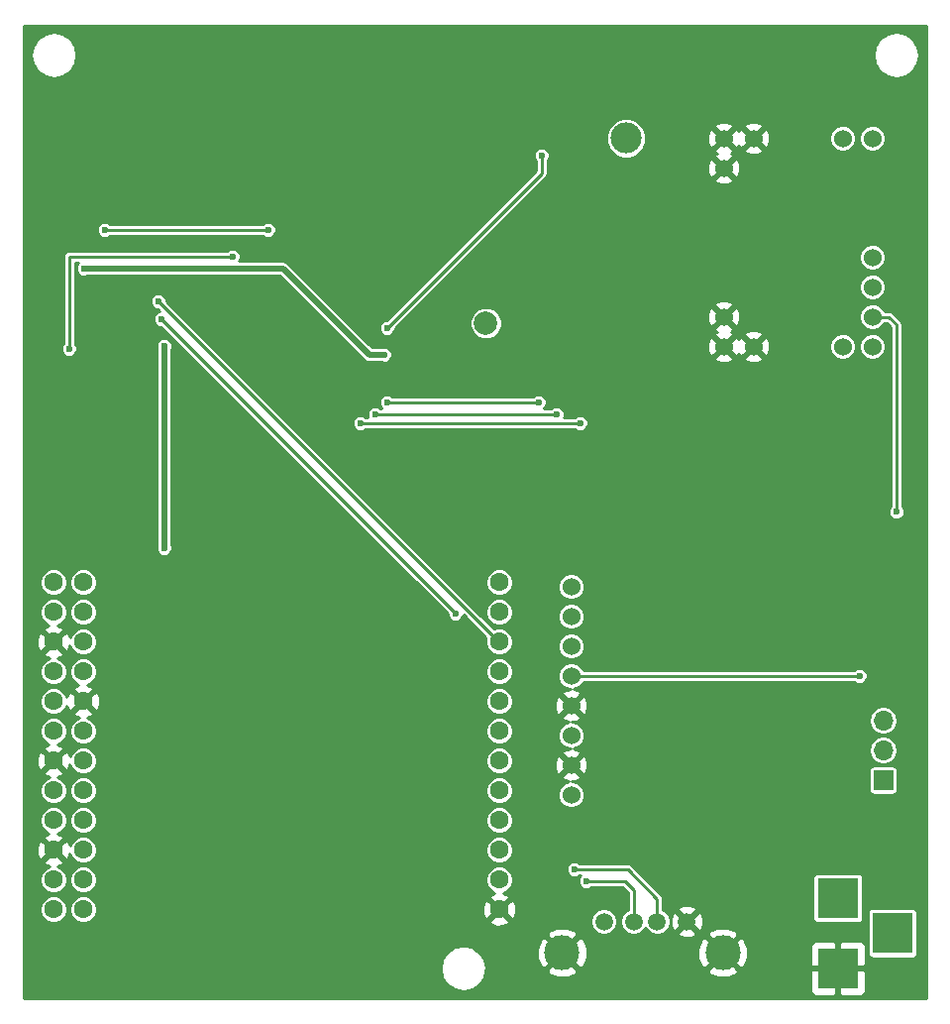
<source format=gbl>
G04 #@! TF.FileFunction,Copper,L2,Bot,Signal*
%FSLAX46Y46*%
G04 Gerber Fmt 4.6, Leading zero omitted, Abs format (unit mm)*
G04 Created by KiCad (PCBNEW 4.0.7) date *
%MOMM*%
%LPD*%
G01*
G04 APERTURE LIST*
%ADD10C,0.100000*%
%ADD11C,1.600000*%
%ADD12C,2.000000*%
%ADD13C,2.650000*%
%ADD14C,1.500000*%
%ADD15C,3.000000*%
%ADD16R,3.500000X3.500000*%
%ADD17R,1.700000X1.700000*%
%ADD18O,1.700000X1.700000*%
%ADD19C,0.600000*%
%ADD20C,1.524000*%
%ADD21C,0.250000*%
%ADD22C,0.500000*%
%ADD23C,0.254000*%
G04 APERTURE END LIST*
D10*
D11*
X111950000Y-105030000D03*
X114490000Y-105030000D03*
X111950000Y-107570000D03*
X114490000Y-107570000D03*
X111950000Y-110110000D03*
X111950000Y-112650000D03*
X111950000Y-115190000D03*
X111950000Y-117730000D03*
X111950000Y-120270000D03*
X111950000Y-122810000D03*
X111950000Y-125350000D03*
X111950000Y-127890000D03*
X111950000Y-130430000D03*
X111950000Y-132970000D03*
X114490000Y-110110000D03*
X114490000Y-112650000D03*
X114490000Y-115190000D03*
X114490000Y-117730000D03*
X114490000Y-120270000D03*
X114490000Y-122810000D03*
X114490000Y-125350000D03*
X114490000Y-127890000D03*
X114490000Y-130430000D03*
X114490000Y-132970000D03*
X150050000Y-105030000D03*
X150050000Y-107570000D03*
X150050000Y-110110000D03*
X150050000Y-112650000D03*
X150050000Y-115190000D03*
X150050000Y-117730000D03*
X150050000Y-120270000D03*
X150050000Y-122810000D03*
X150050000Y-125350000D03*
X150050000Y-127890000D03*
X150050000Y-130430000D03*
X150050000Y-132970000D03*
D12*
X148910000Y-82900000D03*
D13*
X160910000Y-67100000D03*
D14*
X166110000Y-134000000D03*
X163570000Y-134000000D03*
X161540000Y-134000000D03*
X159000000Y-134000000D03*
D15*
X169160000Y-136670000D03*
X155440000Y-136670000D03*
D16*
X179000000Y-132000000D03*
X179000000Y-138000000D03*
X183700000Y-135000000D03*
D17*
X182880000Y-121920000D03*
D18*
X182880000Y-119380000D03*
X182880000Y-116840000D03*
D19*
X136000000Y-76000000D03*
X129000000Y-82000000D03*
X116000000Y-60000000D03*
X116000000Y-63000000D03*
X113000000Y-66000000D03*
X145000000Y-60000000D03*
X145000000Y-63000000D03*
X145000000Y-66000000D03*
X134000000Y-66000000D03*
X134000000Y-63000000D03*
X134000000Y-60000000D03*
X125000000Y-63000000D03*
X125000000Y-60000000D03*
X164000000Y-60000000D03*
X164000000Y-63000000D03*
X164000000Y-66000000D03*
X155000000Y-60000000D03*
X155000000Y-66000000D03*
X170180000Y-59944000D03*
X170180000Y-62992000D03*
X165608000Y-71374000D03*
X165608000Y-81534000D03*
X125000000Y-106000000D03*
X136000000Y-106000000D03*
X125000000Y-119000000D03*
X136000000Y-119000000D03*
X125000000Y-132000000D03*
X136000000Y-132000000D03*
X168000000Y-104000000D03*
X164000000Y-120000000D03*
X155000000Y-75000000D03*
D20*
X156210000Y-123190000D03*
X156210000Y-120650000D03*
X156210000Y-118110000D03*
X156210000Y-115570000D03*
X156210000Y-113030000D03*
X156210000Y-110490000D03*
X156210000Y-107950000D03*
X156210000Y-105410000D03*
X169270000Y-84890000D03*
X171810000Y-84890000D03*
X179430000Y-84890000D03*
X181970000Y-84890000D03*
X181970000Y-82350000D03*
X181970000Y-79810000D03*
X181970000Y-77270000D03*
X181970000Y-67110000D03*
X179430000Y-67110000D03*
X171810000Y-67110000D03*
X169270000Y-67110000D03*
X169270000Y-69650000D03*
X169270000Y-82350000D03*
D19*
X138176000Y-91440000D03*
X156972000Y-91440000D03*
X139446000Y-90678000D03*
X154940000Y-90678000D03*
X140462000Y-89662000D03*
X153416000Y-89662000D03*
X153670000Y-68580000D03*
X140462000Y-83312000D03*
X156464000Y-129540000D03*
X157480000Y-130556000D03*
X121412000Y-102108000D03*
X121412000Y-84836000D03*
X130302000Y-74930000D03*
X116332000Y-74930000D03*
X127254000Y-77216000D03*
X113284000Y-85090000D03*
X184000000Y-99000000D03*
X180848000Y-113030000D03*
X140208000Y-85598000D03*
X114554000Y-78232000D03*
X120904000Y-81026000D03*
X121158000Y-82550000D03*
X146304000Y-107696000D03*
D21*
X156972000Y-91440000D02*
X138176000Y-91440000D01*
X154940000Y-90678000D02*
X139446000Y-90678000D01*
X153416000Y-89662000D02*
X140462000Y-89662000D01*
X153670000Y-70104000D02*
X153670000Y-68580000D01*
X140462000Y-83312000D02*
X153670000Y-70104000D01*
X163570000Y-134000000D02*
X163570000Y-132074000D01*
X161036000Y-129540000D02*
X156464000Y-129540000D01*
X163570000Y-132074000D02*
X161036000Y-129540000D01*
X161540000Y-134000000D02*
X161540000Y-131314000D01*
X160782000Y-130556000D02*
X157480000Y-130556000D01*
X161540000Y-131314000D02*
X160782000Y-130556000D01*
D22*
X121412000Y-84836000D02*
X121412000Y-102108000D01*
D21*
X116332000Y-74930000D02*
X130302000Y-74930000D01*
X113284000Y-77216000D02*
X127254000Y-77216000D01*
X113284000Y-85090000D02*
X113284000Y-77216000D01*
X183350000Y-82350000D02*
X181970000Y-82350000D01*
X184000000Y-83000000D02*
X183350000Y-82350000D01*
X184000000Y-99000000D02*
X184000000Y-83000000D01*
X182732000Y-82350000D02*
X181970000Y-82350000D01*
X180848000Y-113030000D02*
X156210000Y-113030000D01*
D22*
X138938000Y-85598000D02*
X140208000Y-85598000D01*
X131572000Y-78232000D02*
X138938000Y-85598000D01*
X114554000Y-78232000D02*
X131572000Y-78232000D01*
D21*
X150050000Y-110110000D02*
X149988000Y-110110000D01*
X149988000Y-110110000D02*
X120904000Y-81026000D01*
X150050000Y-109918000D02*
X150050000Y-110110000D01*
X146304000Y-107696000D02*
X121158000Y-82550000D01*
D23*
G36*
X186544000Y-140544000D02*
X109456000Y-140544000D01*
X109456000Y-138000000D01*
X145044000Y-138000000D01*
X145192892Y-138748529D01*
X145616899Y-139383101D01*
X146251471Y-139807108D01*
X147000000Y-139956000D01*
X147748529Y-139807108D01*
X148383101Y-139383101D01*
X148807108Y-138748529D01*
X148919406Y-138183970D01*
X154105635Y-138183970D01*
X154265418Y-138502739D01*
X155056187Y-138812723D01*
X155905387Y-138796497D01*
X156614582Y-138502739D01*
X156774365Y-138183970D01*
X167825635Y-138183970D01*
X167985418Y-138502739D01*
X168776187Y-138812723D01*
X169625387Y-138796497D01*
X170334582Y-138502739D01*
X170443347Y-138285750D01*
X176615000Y-138285750D01*
X176615000Y-139876309D01*
X176711673Y-140109698D01*
X176890301Y-140288327D01*
X177123690Y-140385000D01*
X178714250Y-140385000D01*
X178873000Y-140226250D01*
X178873000Y-138127000D01*
X179127000Y-138127000D01*
X179127000Y-140226250D01*
X179285750Y-140385000D01*
X180876310Y-140385000D01*
X181109699Y-140288327D01*
X181288327Y-140109698D01*
X181385000Y-139876309D01*
X181385000Y-138285750D01*
X181226250Y-138127000D01*
X179127000Y-138127000D01*
X178873000Y-138127000D01*
X176773750Y-138127000D01*
X176615000Y-138285750D01*
X170443347Y-138285750D01*
X170494365Y-138183970D01*
X169160000Y-136849605D01*
X167825635Y-138183970D01*
X156774365Y-138183970D01*
X155440000Y-136849605D01*
X154105635Y-138183970D01*
X148919406Y-138183970D01*
X148956000Y-138000000D01*
X148807108Y-137251471D01*
X148383101Y-136616899D01*
X147888155Y-136286187D01*
X153297277Y-136286187D01*
X153313503Y-137135387D01*
X153607261Y-137844582D01*
X153926030Y-138004365D01*
X155260395Y-136670000D01*
X155619605Y-136670000D01*
X156953970Y-138004365D01*
X157272739Y-137844582D01*
X157582723Y-137053813D01*
X157568056Y-136286187D01*
X167017277Y-136286187D01*
X167033503Y-137135387D01*
X167327261Y-137844582D01*
X167646030Y-138004365D01*
X168980395Y-136670000D01*
X169339605Y-136670000D01*
X170673970Y-138004365D01*
X170992739Y-137844582D01*
X171302723Y-137053813D01*
X171286497Y-136204613D01*
X171252979Y-136123691D01*
X176615000Y-136123691D01*
X176615000Y-137714250D01*
X176773750Y-137873000D01*
X178873000Y-137873000D01*
X178873000Y-135773750D01*
X179127000Y-135773750D01*
X179127000Y-137873000D01*
X181226250Y-137873000D01*
X181385000Y-137714250D01*
X181385000Y-136123691D01*
X181288327Y-135890302D01*
X181109699Y-135711673D01*
X180876310Y-135615000D01*
X179285750Y-135615000D01*
X179127000Y-135773750D01*
X178873000Y-135773750D01*
X178714250Y-135615000D01*
X177123690Y-135615000D01*
X176890301Y-135711673D01*
X176711673Y-135890302D01*
X176615000Y-136123691D01*
X171252979Y-136123691D01*
X170992739Y-135495418D01*
X170673970Y-135335635D01*
X169339605Y-136670000D01*
X168980395Y-136670000D01*
X167646030Y-135335635D01*
X167327261Y-135495418D01*
X167017277Y-136286187D01*
X157568056Y-136286187D01*
X157566497Y-136204613D01*
X157272739Y-135495418D01*
X156953970Y-135335635D01*
X155619605Y-136670000D01*
X155260395Y-136670000D01*
X153926030Y-135335635D01*
X153607261Y-135495418D01*
X153297277Y-136286187D01*
X147888155Y-136286187D01*
X147748529Y-136192892D01*
X147000000Y-136044000D01*
X146251471Y-136192892D01*
X145616899Y-136616899D01*
X145192892Y-137251471D01*
X145044000Y-138000000D01*
X109456000Y-138000000D01*
X109456000Y-135156030D01*
X154105635Y-135156030D01*
X155440000Y-136490395D01*
X156774365Y-135156030D01*
X156614582Y-134837261D01*
X155823813Y-134527277D01*
X154974613Y-134543503D01*
X154265418Y-134837261D01*
X154105635Y-135156030D01*
X109456000Y-135156030D01*
X109456000Y-133203885D01*
X110768796Y-133203885D01*
X110948213Y-133638109D01*
X111280144Y-133970619D01*
X111714054Y-134150794D01*
X112183885Y-134151204D01*
X112618109Y-133971787D01*
X112950619Y-133639856D01*
X113130794Y-133205946D01*
X113130795Y-133203885D01*
X113308796Y-133203885D01*
X113488213Y-133638109D01*
X113820144Y-133970619D01*
X114254054Y-134150794D01*
X114723885Y-134151204D01*
X115143689Y-133977745D01*
X149221861Y-133977745D01*
X149295995Y-134223864D01*
X149833223Y-134416965D01*
X150403454Y-134389778D01*
X150803717Y-134223983D01*
X157868804Y-134223983D01*
X158040625Y-134639823D01*
X158358503Y-134958256D01*
X158774043Y-135130804D01*
X159223983Y-135131196D01*
X159639823Y-134959375D01*
X159958256Y-134641497D01*
X160130804Y-134225957D01*
X160131196Y-133776017D01*
X159959375Y-133360177D01*
X159641497Y-133041744D01*
X159225957Y-132869196D01*
X158776017Y-132868804D01*
X158360177Y-133040625D01*
X158041744Y-133358503D01*
X157869196Y-133774043D01*
X157868804Y-134223983D01*
X150803717Y-134223983D01*
X150804005Y-134223864D01*
X150878139Y-133977745D01*
X150050000Y-133149605D01*
X149221861Y-133977745D01*
X115143689Y-133977745D01*
X115158109Y-133971787D01*
X115490619Y-133639856D01*
X115670794Y-133205946D01*
X115671189Y-132753223D01*
X148603035Y-132753223D01*
X148630222Y-133323454D01*
X148796136Y-133724005D01*
X149042255Y-133798139D01*
X149870395Y-132970000D01*
X150229605Y-132970000D01*
X151057745Y-133798139D01*
X151303864Y-133724005D01*
X151496965Y-133186777D01*
X151469778Y-132616546D01*
X151303864Y-132215995D01*
X151057745Y-132141861D01*
X150229605Y-132970000D01*
X149870395Y-132970000D01*
X149042255Y-132141861D01*
X148796136Y-132215995D01*
X148603035Y-132753223D01*
X115671189Y-132753223D01*
X115671204Y-132736115D01*
X115491787Y-132301891D01*
X115159856Y-131969381D01*
X114725946Y-131789206D01*
X114256115Y-131788796D01*
X113821891Y-131968213D01*
X113489381Y-132300144D01*
X113309206Y-132734054D01*
X113308796Y-133203885D01*
X113130795Y-133203885D01*
X113131204Y-132736115D01*
X112951787Y-132301891D01*
X112619856Y-131969381D01*
X112185946Y-131789206D01*
X111716115Y-131788796D01*
X111281891Y-131968213D01*
X110949381Y-132300144D01*
X110769206Y-132734054D01*
X110768796Y-133203885D01*
X109456000Y-133203885D01*
X109456000Y-130663885D01*
X110768796Y-130663885D01*
X110948213Y-131098109D01*
X111280144Y-131430619D01*
X111714054Y-131610794D01*
X112183885Y-131611204D01*
X112618109Y-131431787D01*
X112950619Y-131099856D01*
X113130794Y-130665946D01*
X113130795Y-130663885D01*
X113308796Y-130663885D01*
X113488213Y-131098109D01*
X113820144Y-131430619D01*
X114254054Y-131610794D01*
X114723885Y-131611204D01*
X115158109Y-131431787D01*
X115490619Y-131099856D01*
X115670794Y-130665946D01*
X115670795Y-130663885D01*
X148868796Y-130663885D01*
X149048213Y-131098109D01*
X149380144Y-131430619D01*
X149682346Y-131556104D01*
X149295995Y-131716136D01*
X149221861Y-131962255D01*
X150050000Y-132790395D01*
X150878139Y-131962255D01*
X150804005Y-131716136D01*
X150390042Y-131567341D01*
X150718109Y-131431787D01*
X151050619Y-131099856D01*
X151230794Y-130665946D01*
X151231204Y-130196115D01*
X151051787Y-129761891D01*
X150964913Y-129674865D01*
X155782882Y-129674865D01*
X155886339Y-129925252D01*
X156077741Y-130116987D01*
X156327946Y-130220882D01*
X156598865Y-130221118D01*
X156849252Y-130117661D01*
X156921038Y-130046000D01*
X157026969Y-130046000D01*
X156903013Y-130169741D01*
X156799118Y-130419946D01*
X156798882Y-130690865D01*
X156902339Y-130941252D01*
X157093741Y-131132987D01*
X157343946Y-131236882D01*
X157614865Y-131237118D01*
X157865252Y-131133661D01*
X157937038Y-131062000D01*
X160572408Y-131062000D01*
X161034000Y-131523592D01*
X161034000Y-132985331D01*
X160900177Y-133040625D01*
X160581744Y-133358503D01*
X160409196Y-133774043D01*
X160408804Y-134223983D01*
X160580625Y-134639823D01*
X160898503Y-134958256D01*
X161314043Y-135130804D01*
X161763983Y-135131196D01*
X162179823Y-134959375D01*
X162498256Y-134641497D01*
X162554926Y-134505021D01*
X162610625Y-134639823D01*
X162928503Y-134958256D01*
X163344043Y-135130804D01*
X163793983Y-135131196D01*
X164180437Y-134971517D01*
X165318088Y-134971517D01*
X165386077Y-135212460D01*
X165905171Y-135397201D01*
X166455448Y-135369230D01*
X166833923Y-135212460D01*
X166849846Y-135156030D01*
X167825635Y-135156030D01*
X169160000Y-136490395D01*
X170494365Y-135156030D01*
X170334582Y-134837261D01*
X169543813Y-134527277D01*
X168694613Y-134543503D01*
X167985418Y-134837261D01*
X167825635Y-135156030D01*
X166849846Y-135156030D01*
X166901912Y-134971517D01*
X166110000Y-134179605D01*
X165318088Y-134971517D01*
X164180437Y-134971517D01*
X164209823Y-134959375D01*
X164528256Y-134641497D01*
X164700804Y-134225957D01*
X164701179Y-133795171D01*
X164712799Y-133795171D01*
X164740770Y-134345448D01*
X164897540Y-134723923D01*
X165138483Y-134791912D01*
X165930395Y-134000000D01*
X166289605Y-134000000D01*
X167081517Y-134791912D01*
X167322460Y-134723923D01*
X167507201Y-134204829D01*
X167479230Y-133654552D01*
X167322460Y-133276077D01*
X167081517Y-133208088D01*
X166289605Y-134000000D01*
X165930395Y-134000000D01*
X165138483Y-133208088D01*
X164897540Y-133276077D01*
X164712799Y-133795171D01*
X164701179Y-133795171D01*
X164701196Y-133776017D01*
X164529375Y-133360177D01*
X164211497Y-133041744D01*
X164179562Y-133028483D01*
X165318088Y-133028483D01*
X166110000Y-133820395D01*
X166901912Y-133028483D01*
X166833923Y-132787540D01*
X166314829Y-132602799D01*
X165764552Y-132630770D01*
X165386077Y-132787540D01*
X165318088Y-133028483D01*
X164179562Y-133028483D01*
X164076000Y-132985480D01*
X164076000Y-132074000D01*
X164037483Y-131880362D01*
X163927796Y-131716204D01*
X162461592Y-130250000D01*
X176861536Y-130250000D01*
X176861536Y-133750000D01*
X176888103Y-133891190D01*
X176971546Y-134020865D01*
X177098866Y-134107859D01*
X177250000Y-134138464D01*
X180750000Y-134138464D01*
X180891190Y-134111897D01*
X181020865Y-134028454D01*
X181107859Y-133901134D01*
X181138464Y-133750000D01*
X181138464Y-133250000D01*
X181561536Y-133250000D01*
X181561536Y-136750000D01*
X181588103Y-136891190D01*
X181671546Y-137020865D01*
X181798866Y-137107859D01*
X181950000Y-137138464D01*
X185450000Y-137138464D01*
X185591190Y-137111897D01*
X185720865Y-137028454D01*
X185807859Y-136901134D01*
X185838464Y-136750000D01*
X185838464Y-133250000D01*
X185811897Y-133108810D01*
X185728454Y-132979135D01*
X185601134Y-132892141D01*
X185450000Y-132861536D01*
X181950000Y-132861536D01*
X181808810Y-132888103D01*
X181679135Y-132971546D01*
X181592141Y-133098866D01*
X181561536Y-133250000D01*
X181138464Y-133250000D01*
X181138464Y-130250000D01*
X181111897Y-130108810D01*
X181028454Y-129979135D01*
X180901134Y-129892141D01*
X180750000Y-129861536D01*
X177250000Y-129861536D01*
X177108810Y-129888103D01*
X176979135Y-129971546D01*
X176892141Y-130098866D01*
X176861536Y-130250000D01*
X162461592Y-130250000D01*
X161393796Y-129182204D01*
X161229638Y-129072517D01*
X161036000Y-129034000D01*
X156921123Y-129034000D01*
X156850259Y-128963013D01*
X156600054Y-128859118D01*
X156329135Y-128858882D01*
X156078748Y-128962339D01*
X155887013Y-129153741D01*
X155783118Y-129403946D01*
X155782882Y-129674865D01*
X150964913Y-129674865D01*
X150719856Y-129429381D01*
X150285946Y-129249206D01*
X149816115Y-129248796D01*
X149381891Y-129428213D01*
X149049381Y-129760144D01*
X148869206Y-130194054D01*
X148868796Y-130663885D01*
X115670795Y-130663885D01*
X115671204Y-130196115D01*
X115491787Y-129761891D01*
X115159856Y-129429381D01*
X114725946Y-129249206D01*
X114256115Y-129248796D01*
X113821891Y-129428213D01*
X113489381Y-129760144D01*
X113309206Y-130194054D01*
X113308796Y-130663885D01*
X113130795Y-130663885D01*
X113131204Y-130196115D01*
X112951787Y-129761891D01*
X112619856Y-129429381D01*
X112317654Y-129303896D01*
X112704005Y-129143864D01*
X112778139Y-128897745D01*
X111950000Y-128069605D01*
X111121861Y-128897745D01*
X111195995Y-129143864D01*
X111609958Y-129292659D01*
X111281891Y-129428213D01*
X110949381Y-129760144D01*
X110769206Y-130194054D01*
X110768796Y-130663885D01*
X109456000Y-130663885D01*
X109456000Y-127673223D01*
X110503035Y-127673223D01*
X110530222Y-128243454D01*
X110696136Y-128644005D01*
X110942255Y-128718139D01*
X111770395Y-127890000D01*
X112129605Y-127890000D01*
X112957745Y-128718139D01*
X113203864Y-128644005D01*
X113352659Y-128230042D01*
X113488213Y-128558109D01*
X113820144Y-128890619D01*
X114254054Y-129070794D01*
X114723885Y-129071204D01*
X115158109Y-128891787D01*
X115490619Y-128559856D01*
X115670794Y-128125946D01*
X115670795Y-128123885D01*
X148868796Y-128123885D01*
X149048213Y-128558109D01*
X149380144Y-128890619D01*
X149814054Y-129070794D01*
X150283885Y-129071204D01*
X150718109Y-128891787D01*
X151050619Y-128559856D01*
X151230794Y-128125946D01*
X151231204Y-127656115D01*
X151051787Y-127221891D01*
X150719856Y-126889381D01*
X150285946Y-126709206D01*
X149816115Y-126708796D01*
X149381891Y-126888213D01*
X149049381Y-127220144D01*
X148869206Y-127654054D01*
X148868796Y-128123885D01*
X115670795Y-128123885D01*
X115671204Y-127656115D01*
X115491787Y-127221891D01*
X115159856Y-126889381D01*
X114725946Y-126709206D01*
X114256115Y-126708796D01*
X113821891Y-126888213D01*
X113489381Y-127220144D01*
X113363896Y-127522346D01*
X113203864Y-127135995D01*
X112957745Y-127061861D01*
X112129605Y-127890000D01*
X111770395Y-127890000D01*
X110942255Y-127061861D01*
X110696136Y-127135995D01*
X110503035Y-127673223D01*
X109456000Y-127673223D01*
X109456000Y-125583885D01*
X110768796Y-125583885D01*
X110948213Y-126018109D01*
X111280144Y-126350619D01*
X111582346Y-126476104D01*
X111195995Y-126636136D01*
X111121861Y-126882255D01*
X111950000Y-127710395D01*
X112778139Y-126882255D01*
X112704005Y-126636136D01*
X112290042Y-126487341D01*
X112618109Y-126351787D01*
X112950619Y-126019856D01*
X113130794Y-125585946D01*
X113130795Y-125583885D01*
X113308796Y-125583885D01*
X113488213Y-126018109D01*
X113820144Y-126350619D01*
X114254054Y-126530794D01*
X114723885Y-126531204D01*
X115158109Y-126351787D01*
X115490619Y-126019856D01*
X115670794Y-125585946D01*
X115670795Y-125583885D01*
X148868796Y-125583885D01*
X149048213Y-126018109D01*
X149380144Y-126350619D01*
X149814054Y-126530794D01*
X150283885Y-126531204D01*
X150718109Y-126351787D01*
X151050619Y-126019856D01*
X151230794Y-125585946D01*
X151231204Y-125116115D01*
X151051787Y-124681891D01*
X150719856Y-124349381D01*
X150285946Y-124169206D01*
X149816115Y-124168796D01*
X149381891Y-124348213D01*
X149049381Y-124680144D01*
X148869206Y-125114054D01*
X148868796Y-125583885D01*
X115670795Y-125583885D01*
X115671204Y-125116115D01*
X115491787Y-124681891D01*
X115159856Y-124349381D01*
X114725946Y-124169206D01*
X114256115Y-124168796D01*
X113821891Y-124348213D01*
X113489381Y-124680144D01*
X113309206Y-125114054D01*
X113308796Y-125583885D01*
X113130795Y-125583885D01*
X113131204Y-125116115D01*
X112951787Y-124681891D01*
X112619856Y-124349381D01*
X112185946Y-124169206D01*
X111716115Y-124168796D01*
X111281891Y-124348213D01*
X110949381Y-124680144D01*
X110769206Y-125114054D01*
X110768796Y-125583885D01*
X109456000Y-125583885D01*
X109456000Y-123043885D01*
X110768796Y-123043885D01*
X110948213Y-123478109D01*
X111280144Y-123810619D01*
X111714054Y-123990794D01*
X112183885Y-123991204D01*
X112618109Y-123811787D01*
X112950619Y-123479856D01*
X113130794Y-123045946D01*
X113130795Y-123043885D01*
X113308796Y-123043885D01*
X113488213Y-123478109D01*
X113820144Y-123810619D01*
X114254054Y-123990794D01*
X114723885Y-123991204D01*
X115158109Y-123811787D01*
X115490619Y-123479856D01*
X115670794Y-123045946D01*
X115670795Y-123043885D01*
X148868796Y-123043885D01*
X149048213Y-123478109D01*
X149380144Y-123810619D01*
X149814054Y-123990794D01*
X150283885Y-123991204D01*
X150718109Y-123811787D01*
X151050619Y-123479856D01*
X151076985Y-123416359D01*
X155066802Y-123416359D01*
X155240446Y-123836612D01*
X155561697Y-124158423D01*
X155981646Y-124332801D01*
X156436359Y-124333198D01*
X156856612Y-124159554D01*
X157178423Y-123838303D01*
X157352801Y-123418354D01*
X157353198Y-122963641D01*
X157179554Y-122543388D01*
X156858303Y-122221577D01*
X156438354Y-122047199D01*
X156244340Y-122047030D01*
X156557368Y-122031362D01*
X156941143Y-121872397D01*
X157010608Y-121630213D01*
X156210000Y-120829605D01*
X155409392Y-121630213D01*
X155478857Y-121872397D01*
X155976258Y-122049852D01*
X155563388Y-122220446D01*
X155241577Y-122541697D01*
X155067199Y-122961646D01*
X155066802Y-123416359D01*
X151076985Y-123416359D01*
X151230794Y-123045946D01*
X151231204Y-122576115D01*
X151051787Y-122141891D01*
X150719856Y-121809381D01*
X150285946Y-121629206D01*
X149816115Y-121628796D01*
X149381891Y-121808213D01*
X149049381Y-122140144D01*
X148869206Y-122574054D01*
X148868796Y-123043885D01*
X115670795Y-123043885D01*
X115671204Y-122576115D01*
X115491787Y-122141891D01*
X115159856Y-121809381D01*
X114725946Y-121629206D01*
X114256115Y-121628796D01*
X113821891Y-121808213D01*
X113489381Y-122140144D01*
X113309206Y-122574054D01*
X113308796Y-123043885D01*
X113130795Y-123043885D01*
X113131204Y-122576115D01*
X112951787Y-122141891D01*
X112619856Y-121809381D01*
X112317654Y-121683896D01*
X112704005Y-121523864D01*
X112778139Y-121277745D01*
X111950000Y-120449605D01*
X111121861Y-121277745D01*
X111195995Y-121523864D01*
X111609958Y-121672659D01*
X111281891Y-121808213D01*
X110949381Y-122140144D01*
X110769206Y-122574054D01*
X110768796Y-123043885D01*
X109456000Y-123043885D01*
X109456000Y-120053223D01*
X110503035Y-120053223D01*
X110530222Y-120623454D01*
X110696136Y-121024005D01*
X110942255Y-121098139D01*
X111770395Y-120270000D01*
X112129605Y-120270000D01*
X112957745Y-121098139D01*
X113203864Y-121024005D01*
X113352659Y-120610042D01*
X113488213Y-120938109D01*
X113820144Y-121270619D01*
X114254054Y-121450794D01*
X114723885Y-121451204D01*
X115158109Y-121271787D01*
X115490619Y-120939856D01*
X115670794Y-120505946D01*
X115670795Y-120503885D01*
X148868796Y-120503885D01*
X149048213Y-120938109D01*
X149380144Y-121270619D01*
X149814054Y-121450794D01*
X150283885Y-121451204D01*
X150718109Y-121271787D01*
X151050619Y-120939856D01*
X151230794Y-120505946D01*
X151230849Y-120442302D01*
X154800856Y-120442302D01*
X154828638Y-120997368D01*
X154987603Y-121381143D01*
X155229787Y-121450608D01*
X156030395Y-120650000D01*
X156389605Y-120650000D01*
X157190213Y-121450608D01*
X157432397Y-121381143D01*
X157543402Y-121070000D01*
X181641536Y-121070000D01*
X181641536Y-122770000D01*
X181668103Y-122911190D01*
X181751546Y-123040865D01*
X181878866Y-123127859D01*
X182030000Y-123158464D01*
X183730000Y-123158464D01*
X183871190Y-123131897D01*
X184000865Y-123048454D01*
X184087859Y-122921134D01*
X184118464Y-122770000D01*
X184118464Y-121070000D01*
X184091897Y-120928810D01*
X184008454Y-120799135D01*
X183881134Y-120712141D01*
X183730000Y-120681536D01*
X182030000Y-120681536D01*
X181888810Y-120708103D01*
X181759135Y-120791546D01*
X181672141Y-120918866D01*
X181641536Y-121070000D01*
X157543402Y-121070000D01*
X157619144Y-120857698D01*
X157591362Y-120302632D01*
X157432397Y-119918857D01*
X157190213Y-119849392D01*
X156389605Y-120650000D01*
X156030395Y-120650000D01*
X155229787Y-119849392D01*
X154987603Y-119918857D01*
X154800856Y-120442302D01*
X151230849Y-120442302D01*
X151231204Y-120036115D01*
X151051787Y-119601891D01*
X150719856Y-119269381D01*
X150285946Y-119089206D01*
X149816115Y-119088796D01*
X149381891Y-119268213D01*
X149049381Y-119600144D01*
X148869206Y-120034054D01*
X148868796Y-120503885D01*
X115670795Y-120503885D01*
X115671204Y-120036115D01*
X115491787Y-119601891D01*
X115159856Y-119269381D01*
X114725946Y-119089206D01*
X114256115Y-119088796D01*
X113821891Y-119268213D01*
X113489381Y-119600144D01*
X113363896Y-119902346D01*
X113203864Y-119515995D01*
X112957745Y-119441861D01*
X112129605Y-120270000D01*
X111770395Y-120270000D01*
X110942255Y-119441861D01*
X110696136Y-119515995D01*
X110503035Y-120053223D01*
X109456000Y-120053223D01*
X109456000Y-117963885D01*
X110768796Y-117963885D01*
X110948213Y-118398109D01*
X111280144Y-118730619D01*
X111582346Y-118856104D01*
X111195995Y-119016136D01*
X111121861Y-119262255D01*
X111950000Y-120090395D01*
X112778139Y-119262255D01*
X112704005Y-119016136D01*
X112290042Y-118867341D01*
X112618109Y-118731787D01*
X112950619Y-118399856D01*
X113130794Y-117965946D01*
X113130795Y-117963885D01*
X113308796Y-117963885D01*
X113488213Y-118398109D01*
X113820144Y-118730619D01*
X114254054Y-118910794D01*
X114723885Y-118911204D01*
X115158109Y-118731787D01*
X115490619Y-118399856D01*
X115670794Y-117965946D01*
X115670795Y-117963885D01*
X148868796Y-117963885D01*
X149048213Y-118398109D01*
X149380144Y-118730619D01*
X149814054Y-118910794D01*
X150283885Y-118911204D01*
X150718109Y-118731787D01*
X151050619Y-118399856D01*
X151076985Y-118336359D01*
X155066802Y-118336359D01*
X155240446Y-118756612D01*
X155561697Y-119078423D01*
X155981646Y-119252801D01*
X156175660Y-119252970D01*
X155862632Y-119268638D01*
X155478857Y-119427603D01*
X155409392Y-119669787D01*
X156210000Y-120470395D01*
X157010608Y-119669787D01*
X156941143Y-119427603D01*
X156807714Y-119380000D01*
X181624883Y-119380000D01*
X181718587Y-119851083D01*
X181985435Y-120250448D01*
X182384800Y-120517296D01*
X182855883Y-120611000D01*
X182904117Y-120611000D01*
X183375200Y-120517296D01*
X183774565Y-120250448D01*
X184041413Y-119851083D01*
X184135117Y-119380000D01*
X184041413Y-118908917D01*
X183774565Y-118509552D01*
X183375200Y-118242704D01*
X182904117Y-118149000D01*
X182855883Y-118149000D01*
X182384800Y-118242704D01*
X181985435Y-118509552D01*
X181718587Y-118908917D01*
X181624883Y-119380000D01*
X156807714Y-119380000D01*
X156443742Y-119250148D01*
X156856612Y-119079554D01*
X157178423Y-118758303D01*
X157352801Y-118338354D01*
X157353198Y-117883641D01*
X157179554Y-117463388D01*
X156858303Y-117141577D01*
X156438354Y-116967199D01*
X156244340Y-116967030D01*
X156557368Y-116951362D01*
X156826219Y-116840000D01*
X181624883Y-116840000D01*
X181718587Y-117311083D01*
X181985435Y-117710448D01*
X182384800Y-117977296D01*
X182855883Y-118071000D01*
X182904117Y-118071000D01*
X183375200Y-117977296D01*
X183774565Y-117710448D01*
X184041413Y-117311083D01*
X184135117Y-116840000D01*
X184041413Y-116368917D01*
X183774565Y-115969552D01*
X183375200Y-115702704D01*
X182904117Y-115609000D01*
X182855883Y-115609000D01*
X182384800Y-115702704D01*
X181985435Y-115969552D01*
X181718587Y-116368917D01*
X181624883Y-116840000D01*
X156826219Y-116840000D01*
X156941143Y-116792397D01*
X157010608Y-116550213D01*
X156210000Y-115749605D01*
X155409392Y-116550213D01*
X155478857Y-116792397D01*
X155976258Y-116969852D01*
X155563388Y-117140446D01*
X155241577Y-117461697D01*
X155067199Y-117881646D01*
X155066802Y-118336359D01*
X151076985Y-118336359D01*
X151230794Y-117965946D01*
X151231204Y-117496115D01*
X151051787Y-117061891D01*
X150719856Y-116729381D01*
X150285946Y-116549206D01*
X149816115Y-116548796D01*
X149381891Y-116728213D01*
X149049381Y-117060144D01*
X148869206Y-117494054D01*
X148868796Y-117963885D01*
X115670795Y-117963885D01*
X115671204Y-117496115D01*
X115491787Y-117061891D01*
X115159856Y-116729381D01*
X114857654Y-116603896D01*
X115244005Y-116443864D01*
X115318139Y-116197745D01*
X114490000Y-115369605D01*
X113661861Y-116197745D01*
X113735995Y-116443864D01*
X114149958Y-116592659D01*
X113821891Y-116728213D01*
X113489381Y-117060144D01*
X113309206Y-117494054D01*
X113308796Y-117963885D01*
X113130795Y-117963885D01*
X113131204Y-117496115D01*
X112951787Y-117061891D01*
X112619856Y-116729381D01*
X112185946Y-116549206D01*
X111716115Y-116548796D01*
X111281891Y-116728213D01*
X110949381Y-117060144D01*
X110769206Y-117494054D01*
X110768796Y-117963885D01*
X109456000Y-117963885D01*
X109456000Y-115423885D01*
X110768796Y-115423885D01*
X110948213Y-115858109D01*
X111280144Y-116190619D01*
X111714054Y-116370794D01*
X112183885Y-116371204D01*
X112618109Y-116191787D01*
X112950619Y-115859856D01*
X113076104Y-115557654D01*
X113236136Y-115944005D01*
X113482255Y-116018139D01*
X114310395Y-115190000D01*
X114669605Y-115190000D01*
X115497745Y-116018139D01*
X115743864Y-115944005D01*
X115930815Y-115423885D01*
X148868796Y-115423885D01*
X149048213Y-115858109D01*
X149380144Y-116190619D01*
X149814054Y-116370794D01*
X150283885Y-116371204D01*
X150718109Y-116191787D01*
X151050619Y-115859856D01*
X151230794Y-115425946D01*
X151230849Y-115362302D01*
X154800856Y-115362302D01*
X154828638Y-115917368D01*
X154987603Y-116301143D01*
X155229787Y-116370608D01*
X156030395Y-115570000D01*
X156389605Y-115570000D01*
X157190213Y-116370608D01*
X157432397Y-116301143D01*
X157619144Y-115777698D01*
X157591362Y-115222632D01*
X157432397Y-114838857D01*
X157190213Y-114769392D01*
X156389605Y-115570000D01*
X156030395Y-115570000D01*
X155229787Y-114769392D01*
X154987603Y-114838857D01*
X154800856Y-115362302D01*
X151230849Y-115362302D01*
X151231204Y-114956115D01*
X151051787Y-114521891D01*
X150719856Y-114189381D01*
X150285946Y-114009206D01*
X149816115Y-114008796D01*
X149381891Y-114188213D01*
X149049381Y-114520144D01*
X148869206Y-114954054D01*
X148868796Y-115423885D01*
X115930815Y-115423885D01*
X115936965Y-115406777D01*
X115909778Y-114836546D01*
X115743864Y-114435995D01*
X115497745Y-114361861D01*
X114669605Y-115190000D01*
X114310395Y-115190000D01*
X113482255Y-114361861D01*
X113236136Y-114435995D01*
X113087341Y-114849958D01*
X112951787Y-114521891D01*
X112619856Y-114189381D01*
X112185946Y-114009206D01*
X111716115Y-114008796D01*
X111281891Y-114188213D01*
X110949381Y-114520144D01*
X110769206Y-114954054D01*
X110768796Y-115423885D01*
X109456000Y-115423885D01*
X109456000Y-112883885D01*
X110768796Y-112883885D01*
X110948213Y-113318109D01*
X111280144Y-113650619D01*
X111714054Y-113830794D01*
X112183885Y-113831204D01*
X112618109Y-113651787D01*
X112950619Y-113319856D01*
X113130794Y-112885946D01*
X113130795Y-112883885D01*
X113308796Y-112883885D01*
X113488213Y-113318109D01*
X113820144Y-113650619D01*
X114122346Y-113776104D01*
X113735995Y-113936136D01*
X113661861Y-114182255D01*
X114490000Y-115010395D01*
X115318139Y-114182255D01*
X115244005Y-113936136D01*
X114830042Y-113787341D01*
X115158109Y-113651787D01*
X115490619Y-113319856D01*
X115670794Y-112885946D01*
X115670795Y-112883885D01*
X148868796Y-112883885D01*
X149048213Y-113318109D01*
X149380144Y-113650619D01*
X149814054Y-113830794D01*
X150283885Y-113831204D01*
X150718109Y-113651787D01*
X151050619Y-113319856D01*
X151076985Y-113256359D01*
X155066802Y-113256359D01*
X155240446Y-113676612D01*
X155561697Y-113998423D01*
X155981646Y-114172801D01*
X156175660Y-114172970D01*
X155862632Y-114188638D01*
X155478857Y-114347603D01*
X155409392Y-114589787D01*
X156210000Y-115390395D01*
X157010608Y-114589787D01*
X156941143Y-114347603D01*
X156443742Y-114170148D01*
X156856612Y-113999554D01*
X157178423Y-113678303D01*
X157237512Y-113536000D01*
X180390877Y-113536000D01*
X180461741Y-113606987D01*
X180711946Y-113710882D01*
X180982865Y-113711118D01*
X181233252Y-113607661D01*
X181424987Y-113416259D01*
X181528882Y-113166054D01*
X181529118Y-112895135D01*
X181425661Y-112644748D01*
X181234259Y-112453013D01*
X180984054Y-112349118D01*
X180713135Y-112348882D01*
X180462748Y-112452339D01*
X180390962Y-112524000D01*
X157237653Y-112524000D01*
X157179554Y-112383388D01*
X156858303Y-112061577D01*
X156438354Y-111887199D01*
X155983641Y-111886802D01*
X155563388Y-112060446D01*
X155241577Y-112381697D01*
X155067199Y-112801646D01*
X155066802Y-113256359D01*
X151076985Y-113256359D01*
X151230794Y-112885946D01*
X151231204Y-112416115D01*
X151051787Y-111981891D01*
X150719856Y-111649381D01*
X150285946Y-111469206D01*
X149816115Y-111468796D01*
X149381891Y-111648213D01*
X149049381Y-111980144D01*
X148869206Y-112414054D01*
X148868796Y-112883885D01*
X115670795Y-112883885D01*
X115671204Y-112416115D01*
X115491787Y-111981891D01*
X115159856Y-111649381D01*
X114725946Y-111469206D01*
X114256115Y-111468796D01*
X113821891Y-111648213D01*
X113489381Y-111980144D01*
X113309206Y-112414054D01*
X113308796Y-112883885D01*
X113130795Y-112883885D01*
X113131204Y-112416115D01*
X112951787Y-111981891D01*
X112619856Y-111649381D01*
X112317654Y-111523896D01*
X112704005Y-111363864D01*
X112778139Y-111117745D01*
X111950000Y-110289605D01*
X111121861Y-111117745D01*
X111195995Y-111363864D01*
X111609958Y-111512659D01*
X111281891Y-111648213D01*
X110949381Y-111980144D01*
X110769206Y-112414054D01*
X110768796Y-112883885D01*
X109456000Y-112883885D01*
X109456000Y-109893223D01*
X110503035Y-109893223D01*
X110530222Y-110463454D01*
X110696136Y-110864005D01*
X110942255Y-110938139D01*
X111770395Y-110110000D01*
X112129605Y-110110000D01*
X112957745Y-110938139D01*
X113203864Y-110864005D01*
X113352659Y-110450042D01*
X113488213Y-110778109D01*
X113820144Y-111110619D01*
X114254054Y-111290794D01*
X114723885Y-111291204D01*
X115158109Y-111111787D01*
X115490619Y-110779856D01*
X115670794Y-110345946D01*
X115671204Y-109876115D01*
X115491787Y-109441891D01*
X115159856Y-109109381D01*
X114725946Y-108929206D01*
X114256115Y-108928796D01*
X113821891Y-109108213D01*
X113489381Y-109440144D01*
X113363896Y-109742346D01*
X113203864Y-109355995D01*
X112957745Y-109281861D01*
X112129605Y-110110000D01*
X111770395Y-110110000D01*
X110942255Y-109281861D01*
X110696136Y-109355995D01*
X110503035Y-109893223D01*
X109456000Y-109893223D01*
X109456000Y-107803885D01*
X110768796Y-107803885D01*
X110948213Y-108238109D01*
X111280144Y-108570619D01*
X111582346Y-108696104D01*
X111195995Y-108856136D01*
X111121861Y-109102255D01*
X111950000Y-109930395D01*
X112778139Y-109102255D01*
X112704005Y-108856136D01*
X112290042Y-108707341D01*
X112618109Y-108571787D01*
X112950619Y-108239856D01*
X113130794Y-107805946D01*
X113130795Y-107803885D01*
X113308796Y-107803885D01*
X113488213Y-108238109D01*
X113820144Y-108570619D01*
X114254054Y-108750794D01*
X114723885Y-108751204D01*
X115158109Y-108571787D01*
X115490619Y-108239856D01*
X115670794Y-107805946D01*
X115671204Y-107336115D01*
X115491787Y-106901891D01*
X115159856Y-106569381D01*
X114725946Y-106389206D01*
X114256115Y-106388796D01*
X113821891Y-106568213D01*
X113489381Y-106900144D01*
X113309206Y-107334054D01*
X113308796Y-107803885D01*
X113130795Y-107803885D01*
X113131204Y-107336115D01*
X112951787Y-106901891D01*
X112619856Y-106569381D01*
X112185946Y-106389206D01*
X111716115Y-106388796D01*
X111281891Y-106568213D01*
X110949381Y-106900144D01*
X110769206Y-107334054D01*
X110768796Y-107803885D01*
X109456000Y-107803885D01*
X109456000Y-105263885D01*
X110768796Y-105263885D01*
X110948213Y-105698109D01*
X111280144Y-106030619D01*
X111714054Y-106210794D01*
X112183885Y-106211204D01*
X112618109Y-106031787D01*
X112950619Y-105699856D01*
X113130794Y-105265946D01*
X113130795Y-105263885D01*
X113308796Y-105263885D01*
X113488213Y-105698109D01*
X113820144Y-106030619D01*
X114254054Y-106210794D01*
X114723885Y-106211204D01*
X115158109Y-106031787D01*
X115490619Y-105699856D01*
X115670794Y-105265946D01*
X115671204Y-104796115D01*
X115491787Y-104361891D01*
X115159856Y-104029381D01*
X114725946Y-103849206D01*
X114256115Y-103848796D01*
X113821891Y-104028213D01*
X113489381Y-104360144D01*
X113309206Y-104794054D01*
X113308796Y-105263885D01*
X113130795Y-105263885D01*
X113131204Y-104796115D01*
X112951787Y-104361891D01*
X112619856Y-104029381D01*
X112185946Y-103849206D01*
X111716115Y-103848796D01*
X111281891Y-104028213D01*
X110949381Y-104360144D01*
X110769206Y-104794054D01*
X110768796Y-105263885D01*
X109456000Y-105263885D01*
X109456000Y-85224865D01*
X112602882Y-85224865D01*
X112706339Y-85475252D01*
X112897741Y-85666987D01*
X113147946Y-85770882D01*
X113418865Y-85771118D01*
X113669252Y-85667661D01*
X113860987Y-85476259D01*
X113964882Y-85226054D01*
X113965104Y-84970865D01*
X120730882Y-84970865D01*
X120781000Y-85092161D01*
X120781000Y-101851818D01*
X120731118Y-101971946D01*
X120730882Y-102242865D01*
X120834339Y-102493252D01*
X121025741Y-102684987D01*
X121275946Y-102788882D01*
X121546865Y-102789118D01*
X121797252Y-102685661D01*
X121988987Y-102494259D01*
X122092882Y-102244054D01*
X122093118Y-101973135D01*
X122043000Y-101851839D01*
X122043000Y-85092182D01*
X122092882Y-84972054D01*
X122093118Y-84701135D01*
X121989661Y-84450748D01*
X121798259Y-84259013D01*
X121548054Y-84155118D01*
X121277135Y-84154882D01*
X121026748Y-84258339D01*
X120835013Y-84449741D01*
X120731118Y-84699946D01*
X120730882Y-84970865D01*
X113965104Y-84970865D01*
X113965118Y-84955135D01*
X113861661Y-84704748D01*
X113790000Y-84632962D01*
X113790000Y-81160865D01*
X120222882Y-81160865D01*
X120326339Y-81411252D01*
X120517741Y-81602987D01*
X120767946Y-81706882D01*
X120869378Y-81706970D01*
X121031297Y-81868889D01*
X121023135Y-81868882D01*
X120772748Y-81972339D01*
X120581013Y-82163741D01*
X120477118Y-82413946D01*
X120476882Y-82684865D01*
X120580339Y-82935252D01*
X120771741Y-83126987D01*
X121021946Y-83230882D01*
X121123378Y-83230970D01*
X145622969Y-107730561D01*
X145622882Y-107830865D01*
X145726339Y-108081252D01*
X145917741Y-108272987D01*
X146167946Y-108376882D01*
X146438865Y-108377118D01*
X146689252Y-108273661D01*
X146880987Y-108082259D01*
X146984882Y-107832054D01*
X146984890Y-107822482D01*
X148918280Y-109755872D01*
X148869206Y-109874054D01*
X148868796Y-110343885D01*
X149048213Y-110778109D01*
X149380144Y-111110619D01*
X149814054Y-111290794D01*
X150283885Y-111291204D01*
X150718109Y-111111787D01*
X151050619Y-110779856D01*
X151076985Y-110716359D01*
X155066802Y-110716359D01*
X155240446Y-111136612D01*
X155561697Y-111458423D01*
X155981646Y-111632801D01*
X156436359Y-111633198D01*
X156856612Y-111459554D01*
X157178423Y-111138303D01*
X157352801Y-110718354D01*
X157353198Y-110263641D01*
X157179554Y-109843388D01*
X156858303Y-109521577D01*
X156438354Y-109347199D01*
X155983641Y-109346802D01*
X155563388Y-109520446D01*
X155241577Y-109841697D01*
X155067199Y-110261646D01*
X155066802Y-110716359D01*
X151076985Y-110716359D01*
X151230794Y-110345946D01*
X151231204Y-109876115D01*
X151051787Y-109441891D01*
X150719856Y-109109381D01*
X150285946Y-108929206D01*
X149816115Y-108928796D01*
X149608268Y-109014676D01*
X148397477Y-107803885D01*
X148868796Y-107803885D01*
X149048213Y-108238109D01*
X149380144Y-108570619D01*
X149814054Y-108750794D01*
X150283885Y-108751204D01*
X150718109Y-108571787D01*
X151050619Y-108239856D01*
X151076985Y-108176359D01*
X155066802Y-108176359D01*
X155240446Y-108596612D01*
X155561697Y-108918423D01*
X155981646Y-109092801D01*
X156436359Y-109093198D01*
X156856612Y-108919554D01*
X157178423Y-108598303D01*
X157352801Y-108178354D01*
X157353198Y-107723641D01*
X157179554Y-107303388D01*
X156858303Y-106981577D01*
X156438354Y-106807199D01*
X155983641Y-106806802D01*
X155563388Y-106980446D01*
X155241577Y-107301697D01*
X155067199Y-107721646D01*
X155066802Y-108176359D01*
X151076985Y-108176359D01*
X151230794Y-107805946D01*
X151231204Y-107336115D01*
X151051787Y-106901891D01*
X150719856Y-106569381D01*
X150285946Y-106389206D01*
X149816115Y-106388796D01*
X149381891Y-106568213D01*
X149049381Y-106900144D01*
X148869206Y-107334054D01*
X148868796Y-107803885D01*
X148397477Y-107803885D01*
X145857477Y-105263885D01*
X148868796Y-105263885D01*
X149048213Y-105698109D01*
X149380144Y-106030619D01*
X149814054Y-106210794D01*
X150283885Y-106211204D01*
X150718109Y-106031787D01*
X151050619Y-105699856D01*
X151076985Y-105636359D01*
X155066802Y-105636359D01*
X155240446Y-106056612D01*
X155561697Y-106378423D01*
X155981646Y-106552801D01*
X156436359Y-106553198D01*
X156856612Y-106379554D01*
X157178423Y-106058303D01*
X157352801Y-105638354D01*
X157353198Y-105183641D01*
X157179554Y-104763388D01*
X156858303Y-104441577D01*
X156438354Y-104267199D01*
X155983641Y-104266802D01*
X155563388Y-104440446D01*
X155241577Y-104761697D01*
X155067199Y-105181646D01*
X155066802Y-105636359D01*
X151076985Y-105636359D01*
X151230794Y-105265946D01*
X151231204Y-104796115D01*
X151051787Y-104361891D01*
X150719856Y-104029381D01*
X150285946Y-103849206D01*
X149816115Y-103848796D01*
X149381891Y-104028213D01*
X149049381Y-104360144D01*
X148869206Y-104794054D01*
X148868796Y-105263885D01*
X145857477Y-105263885D01*
X132168457Y-91574865D01*
X137494882Y-91574865D01*
X137598339Y-91825252D01*
X137789741Y-92016987D01*
X138039946Y-92120882D01*
X138310865Y-92121118D01*
X138561252Y-92017661D01*
X138633038Y-91946000D01*
X156514877Y-91946000D01*
X156585741Y-92016987D01*
X156835946Y-92120882D01*
X157106865Y-92121118D01*
X157357252Y-92017661D01*
X157548987Y-91826259D01*
X157652882Y-91576054D01*
X157653118Y-91305135D01*
X157549661Y-91054748D01*
X157358259Y-90863013D01*
X157108054Y-90759118D01*
X156837135Y-90758882D01*
X156586748Y-90862339D01*
X156514962Y-90934000D01*
X155571076Y-90934000D01*
X155620882Y-90814054D01*
X155621118Y-90543135D01*
X155517661Y-90292748D01*
X155326259Y-90101013D01*
X155076054Y-89997118D01*
X154805135Y-89996882D01*
X154554748Y-90100339D01*
X154482962Y-90172000D01*
X153869031Y-90172000D01*
X153992987Y-90048259D01*
X154096882Y-89798054D01*
X154097118Y-89527135D01*
X153993661Y-89276748D01*
X153802259Y-89085013D01*
X153552054Y-88981118D01*
X153281135Y-88980882D01*
X153030748Y-89084339D01*
X152958962Y-89156000D01*
X140919123Y-89156000D01*
X140848259Y-89085013D01*
X140598054Y-88981118D01*
X140327135Y-88980882D01*
X140076748Y-89084339D01*
X139885013Y-89275741D01*
X139781118Y-89525946D01*
X139780882Y-89796865D01*
X139884339Y-90047252D01*
X140008870Y-90172000D01*
X139903123Y-90172000D01*
X139832259Y-90101013D01*
X139582054Y-89997118D01*
X139311135Y-89996882D01*
X139060748Y-90100339D01*
X138869013Y-90291741D01*
X138765118Y-90541946D01*
X138764882Y-90812865D01*
X138814934Y-90934000D01*
X138633123Y-90934000D01*
X138562259Y-90863013D01*
X138312054Y-90759118D01*
X138041135Y-90758882D01*
X137790748Y-90862339D01*
X137599013Y-91053741D01*
X137495118Y-91303946D01*
X137494882Y-91574865D01*
X132168457Y-91574865D01*
X121585031Y-80991439D01*
X121585118Y-80891135D01*
X121481661Y-80640748D01*
X121290259Y-80449013D01*
X121040054Y-80345118D01*
X120769135Y-80344882D01*
X120518748Y-80448339D01*
X120327013Y-80639741D01*
X120223118Y-80889946D01*
X120222882Y-81160865D01*
X113790000Y-81160865D01*
X113790000Y-77722000D01*
X114100969Y-77722000D01*
X113977013Y-77845741D01*
X113873118Y-78095946D01*
X113872882Y-78366865D01*
X113976339Y-78617252D01*
X114167741Y-78808987D01*
X114417946Y-78912882D01*
X114688865Y-78913118D01*
X114810161Y-78863000D01*
X131310632Y-78863000D01*
X138491816Y-86044184D01*
X138696526Y-86180968D01*
X138736589Y-86188937D01*
X138938000Y-86229000D01*
X139951818Y-86229000D01*
X140071946Y-86278882D01*
X140342865Y-86279118D01*
X140593252Y-86175661D01*
X140784987Y-85984259D01*
X140832343Y-85870213D01*
X168469392Y-85870213D01*
X168538857Y-86112397D01*
X169062302Y-86299144D01*
X169617368Y-86271362D01*
X170001143Y-86112397D01*
X170070608Y-85870213D01*
X171009392Y-85870213D01*
X171078857Y-86112397D01*
X171602302Y-86299144D01*
X172157368Y-86271362D01*
X172541143Y-86112397D01*
X172610608Y-85870213D01*
X171810000Y-85069605D01*
X171009392Y-85870213D01*
X170070608Y-85870213D01*
X169270000Y-85069605D01*
X168469392Y-85870213D01*
X140832343Y-85870213D01*
X140888882Y-85734054D01*
X140889118Y-85463135D01*
X140785661Y-85212748D01*
X140594259Y-85021013D01*
X140344054Y-84917118D01*
X140073135Y-84916882D01*
X139951839Y-84967000D01*
X139199368Y-84967000D01*
X138914670Y-84682302D01*
X167860856Y-84682302D01*
X167888638Y-85237368D01*
X168047603Y-85621143D01*
X168289787Y-85690608D01*
X169090395Y-84890000D01*
X169449605Y-84890000D01*
X170250213Y-85690608D01*
X170492397Y-85621143D01*
X170536453Y-85497656D01*
X170587603Y-85621143D01*
X170829787Y-85690608D01*
X171630395Y-84890000D01*
X171989605Y-84890000D01*
X172790213Y-85690608D01*
X173032397Y-85621143D01*
X173212486Y-85116359D01*
X178286802Y-85116359D01*
X178460446Y-85536612D01*
X178781697Y-85858423D01*
X179201646Y-86032801D01*
X179656359Y-86033198D01*
X180076612Y-85859554D01*
X180398423Y-85538303D01*
X180572801Y-85118354D01*
X180572802Y-85116359D01*
X180826802Y-85116359D01*
X181000446Y-85536612D01*
X181321697Y-85858423D01*
X181741646Y-86032801D01*
X182196359Y-86033198D01*
X182616612Y-85859554D01*
X182938423Y-85538303D01*
X183112801Y-85118354D01*
X183113198Y-84663641D01*
X182939554Y-84243388D01*
X182618303Y-83921577D01*
X182198354Y-83747199D01*
X181743641Y-83746802D01*
X181323388Y-83920446D01*
X181001577Y-84241697D01*
X180827199Y-84661646D01*
X180826802Y-85116359D01*
X180572802Y-85116359D01*
X180573198Y-84663641D01*
X180399554Y-84243388D01*
X180078303Y-83921577D01*
X179658354Y-83747199D01*
X179203641Y-83746802D01*
X178783388Y-83920446D01*
X178461577Y-84241697D01*
X178287199Y-84661646D01*
X178286802Y-85116359D01*
X173212486Y-85116359D01*
X173219144Y-85097698D01*
X173191362Y-84542632D01*
X173032397Y-84158857D01*
X172790213Y-84089392D01*
X171989605Y-84890000D01*
X171630395Y-84890000D01*
X170829787Y-84089392D01*
X170587603Y-84158857D01*
X170543547Y-84282344D01*
X170492397Y-84158857D01*
X170250213Y-84089392D01*
X169449605Y-84890000D01*
X169090395Y-84890000D01*
X168289787Y-84089392D01*
X168047603Y-84158857D01*
X167860856Y-84682302D01*
X138914670Y-84682302D01*
X137679233Y-83446865D01*
X139780882Y-83446865D01*
X139884339Y-83697252D01*
X140075741Y-83888987D01*
X140325946Y-83992882D01*
X140596865Y-83993118D01*
X140847252Y-83889661D01*
X141038987Y-83698259D01*
X141142882Y-83448054D01*
X141142970Y-83346622D01*
X141316099Y-83173493D01*
X147528761Y-83173493D01*
X147738563Y-83681251D01*
X148126705Y-84070072D01*
X148634097Y-84280759D01*
X149183493Y-84281239D01*
X149691251Y-84071437D01*
X150080072Y-83683295D01*
X150226684Y-83330213D01*
X168469392Y-83330213D01*
X168538857Y-83572397D01*
X168662344Y-83616453D01*
X168538857Y-83667603D01*
X168469392Y-83909787D01*
X169270000Y-84710395D01*
X170070608Y-83909787D01*
X171009392Y-83909787D01*
X171810000Y-84710395D01*
X172610608Y-83909787D01*
X172541143Y-83667603D01*
X172017698Y-83480856D01*
X171462632Y-83508638D01*
X171078857Y-83667603D01*
X171009392Y-83909787D01*
X170070608Y-83909787D01*
X170001143Y-83667603D01*
X169877656Y-83623547D01*
X170001143Y-83572397D01*
X170070608Y-83330213D01*
X169270000Y-82529605D01*
X168469392Y-83330213D01*
X150226684Y-83330213D01*
X150290759Y-83175903D01*
X150291239Y-82626507D01*
X150091169Y-82142302D01*
X167860856Y-82142302D01*
X167888638Y-82697368D01*
X168047603Y-83081143D01*
X168289787Y-83150608D01*
X169090395Y-82350000D01*
X169449605Y-82350000D01*
X170250213Y-83150608D01*
X170492397Y-83081143D01*
X170672486Y-82576359D01*
X180826802Y-82576359D01*
X181000446Y-82996612D01*
X181321697Y-83318423D01*
X181741646Y-83492801D01*
X182196359Y-83493198D01*
X182616612Y-83319554D01*
X182938423Y-82998303D01*
X182997512Y-82856000D01*
X183140408Y-82856000D01*
X183494000Y-83209592D01*
X183494000Y-98542877D01*
X183423013Y-98613741D01*
X183319118Y-98863946D01*
X183318882Y-99134865D01*
X183422339Y-99385252D01*
X183613741Y-99576987D01*
X183863946Y-99680882D01*
X184134865Y-99681118D01*
X184385252Y-99577661D01*
X184576987Y-99386259D01*
X184680882Y-99136054D01*
X184681118Y-98865135D01*
X184577661Y-98614748D01*
X184506000Y-98542962D01*
X184506000Y-83000000D01*
X184467483Y-82806362D01*
X184357796Y-82642204D01*
X183707796Y-81992204D01*
X183543638Y-81882517D01*
X183350000Y-81844000D01*
X182997653Y-81844000D01*
X182939554Y-81703388D01*
X182618303Y-81381577D01*
X182198354Y-81207199D01*
X181743641Y-81206802D01*
X181323388Y-81380446D01*
X181001577Y-81701697D01*
X180827199Y-82121646D01*
X180826802Y-82576359D01*
X170672486Y-82576359D01*
X170679144Y-82557698D01*
X170651362Y-82002632D01*
X170492397Y-81618857D01*
X170250213Y-81549392D01*
X169449605Y-82350000D01*
X169090395Y-82350000D01*
X168289787Y-81549392D01*
X168047603Y-81618857D01*
X167860856Y-82142302D01*
X150091169Y-82142302D01*
X150081437Y-82118749D01*
X149693295Y-81729928D01*
X149185903Y-81519241D01*
X148636507Y-81518761D01*
X148128749Y-81728563D01*
X147739928Y-82116705D01*
X147529241Y-82624097D01*
X147528761Y-83173493D01*
X141316099Y-83173493D01*
X143119805Y-81369787D01*
X168469392Y-81369787D01*
X169270000Y-82170395D01*
X170070608Y-81369787D01*
X170001143Y-81127603D01*
X169477698Y-80940856D01*
X168922632Y-80968638D01*
X168538857Y-81127603D01*
X168469392Y-81369787D01*
X143119805Y-81369787D01*
X144453233Y-80036359D01*
X180826802Y-80036359D01*
X181000446Y-80456612D01*
X181321697Y-80778423D01*
X181741646Y-80952801D01*
X182196359Y-80953198D01*
X182616612Y-80779554D01*
X182938423Y-80458303D01*
X183112801Y-80038354D01*
X183113198Y-79583641D01*
X182939554Y-79163388D01*
X182618303Y-78841577D01*
X182198354Y-78667199D01*
X181743641Y-78666802D01*
X181323388Y-78840446D01*
X181001577Y-79161697D01*
X180827199Y-79581646D01*
X180826802Y-80036359D01*
X144453233Y-80036359D01*
X146993233Y-77496359D01*
X180826802Y-77496359D01*
X181000446Y-77916612D01*
X181321697Y-78238423D01*
X181741646Y-78412801D01*
X182196359Y-78413198D01*
X182616612Y-78239554D01*
X182938423Y-77918303D01*
X183112801Y-77498354D01*
X183113198Y-77043641D01*
X182939554Y-76623388D01*
X182618303Y-76301577D01*
X182198354Y-76127199D01*
X181743641Y-76126802D01*
X181323388Y-76300446D01*
X181001577Y-76621697D01*
X180827199Y-77041646D01*
X180826802Y-77496359D01*
X146993233Y-77496359D01*
X153859379Y-70630213D01*
X168469392Y-70630213D01*
X168538857Y-70872397D01*
X169062302Y-71059144D01*
X169617368Y-71031362D01*
X170001143Y-70872397D01*
X170070608Y-70630213D01*
X169270000Y-69829605D01*
X168469392Y-70630213D01*
X153859379Y-70630213D01*
X154027796Y-70461796D01*
X154035272Y-70450608D01*
X154137483Y-70297638D01*
X154176000Y-70104000D01*
X154176000Y-69442302D01*
X167860856Y-69442302D01*
X167888638Y-69997368D01*
X168047603Y-70381143D01*
X168289787Y-70450608D01*
X169090395Y-69650000D01*
X169449605Y-69650000D01*
X170250213Y-70450608D01*
X170492397Y-70381143D01*
X170679144Y-69857698D01*
X170651362Y-69302632D01*
X170492397Y-68918857D01*
X170250213Y-68849392D01*
X169449605Y-69650000D01*
X169090395Y-69650000D01*
X168289787Y-68849392D01*
X168047603Y-68918857D01*
X167860856Y-69442302D01*
X154176000Y-69442302D01*
X154176000Y-69037123D01*
X154246987Y-68966259D01*
X154350882Y-68716054D01*
X154351118Y-68445135D01*
X154247661Y-68194748D01*
X154056259Y-68003013D01*
X153806054Y-67899118D01*
X153535135Y-67898882D01*
X153284748Y-68002339D01*
X153093013Y-68193741D01*
X152989118Y-68443946D01*
X152988882Y-68714865D01*
X153092339Y-68965252D01*
X153164000Y-69037038D01*
X153164000Y-69894408D01*
X140427439Y-82630969D01*
X140327135Y-82630882D01*
X140076748Y-82734339D01*
X139885013Y-82925741D01*
X139781118Y-83175946D01*
X139780882Y-83446865D01*
X137679233Y-83446865D01*
X132018184Y-77785816D01*
X131813473Y-77649032D01*
X131572000Y-77601000D01*
X127831510Y-77601000D01*
X127934882Y-77352054D01*
X127935118Y-77081135D01*
X127831661Y-76830748D01*
X127640259Y-76639013D01*
X127390054Y-76535118D01*
X127119135Y-76534882D01*
X126868748Y-76638339D01*
X126796962Y-76710000D01*
X113284000Y-76710000D01*
X113090362Y-76748517D01*
X112926204Y-76858204D01*
X112816517Y-77022362D01*
X112778000Y-77216000D01*
X112778000Y-84632877D01*
X112707013Y-84703741D01*
X112603118Y-84953946D01*
X112602882Y-85224865D01*
X109456000Y-85224865D01*
X109456000Y-75064865D01*
X115650882Y-75064865D01*
X115754339Y-75315252D01*
X115945741Y-75506987D01*
X116195946Y-75610882D01*
X116466865Y-75611118D01*
X116717252Y-75507661D01*
X116789038Y-75436000D01*
X129844877Y-75436000D01*
X129915741Y-75506987D01*
X130165946Y-75610882D01*
X130436865Y-75611118D01*
X130687252Y-75507661D01*
X130878987Y-75316259D01*
X130982882Y-75066054D01*
X130983118Y-74795135D01*
X130879661Y-74544748D01*
X130688259Y-74353013D01*
X130438054Y-74249118D01*
X130167135Y-74248882D01*
X129916748Y-74352339D01*
X129844962Y-74424000D01*
X116789123Y-74424000D01*
X116718259Y-74353013D01*
X116468054Y-74249118D01*
X116197135Y-74248882D01*
X115946748Y-74352339D01*
X115755013Y-74543741D01*
X115651118Y-74793946D01*
X115650882Y-75064865D01*
X109456000Y-75064865D01*
X109456000Y-67437856D01*
X159203704Y-67437856D01*
X159462880Y-68065109D01*
X159942367Y-68545433D01*
X160569167Y-68805704D01*
X161247856Y-68806296D01*
X161875109Y-68547120D01*
X162332813Y-68090213D01*
X168469392Y-68090213D01*
X168538857Y-68332397D01*
X168662344Y-68376453D01*
X168538857Y-68427603D01*
X168469392Y-68669787D01*
X169270000Y-69470395D01*
X170070608Y-68669787D01*
X170001143Y-68427603D01*
X169877656Y-68383547D01*
X170001143Y-68332397D01*
X170070608Y-68090213D01*
X171009392Y-68090213D01*
X171078857Y-68332397D01*
X171602302Y-68519144D01*
X172157368Y-68491362D01*
X172541143Y-68332397D01*
X172610608Y-68090213D01*
X171810000Y-67289605D01*
X171009392Y-68090213D01*
X170070608Y-68090213D01*
X169270000Y-67289605D01*
X168469392Y-68090213D01*
X162332813Y-68090213D01*
X162355433Y-68067633D01*
X162615704Y-67440833D01*
X162616173Y-66902302D01*
X167860856Y-66902302D01*
X167888638Y-67457368D01*
X168047603Y-67841143D01*
X168289787Y-67910608D01*
X169090395Y-67110000D01*
X169449605Y-67110000D01*
X170250213Y-67910608D01*
X170492397Y-67841143D01*
X170536453Y-67717656D01*
X170587603Y-67841143D01*
X170829787Y-67910608D01*
X171630395Y-67110000D01*
X171989605Y-67110000D01*
X172790213Y-67910608D01*
X173032397Y-67841143D01*
X173212486Y-67336359D01*
X178286802Y-67336359D01*
X178460446Y-67756612D01*
X178781697Y-68078423D01*
X179201646Y-68252801D01*
X179656359Y-68253198D01*
X180076612Y-68079554D01*
X180398423Y-67758303D01*
X180572801Y-67338354D01*
X180572802Y-67336359D01*
X180826802Y-67336359D01*
X181000446Y-67756612D01*
X181321697Y-68078423D01*
X181741646Y-68252801D01*
X182196359Y-68253198D01*
X182616612Y-68079554D01*
X182938423Y-67758303D01*
X183112801Y-67338354D01*
X183113198Y-66883641D01*
X182939554Y-66463388D01*
X182618303Y-66141577D01*
X182198354Y-65967199D01*
X181743641Y-65966802D01*
X181323388Y-66140446D01*
X181001577Y-66461697D01*
X180827199Y-66881646D01*
X180826802Y-67336359D01*
X180572802Y-67336359D01*
X180573198Y-66883641D01*
X180399554Y-66463388D01*
X180078303Y-66141577D01*
X179658354Y-65967199D01*
X179203641Y-65966802D01*
X178783388Y-66140446D01*
X178461577Y-66461697D01*
X178287199Y-66881646D01*
X178286802Y-67336359D01*
X173212486Y-67336359D01*
X173219144Y-67317698D01*
X173191362Y-66762632D01*
X173032397Y-66378857D01*
X172790213Y-66309392D01*
X171989605Y-67110000D01*
X171630395Y-67110000D01*
X170829787Y-66309392D01*
X170587603Y-66378857D01*
X170543547Y-66502344D01*
X170492397Y-66378857D01*
X170250213Y-66309392D01*
X169449605Y-67110000D01*
X169090395Y-67110000D01*
X168289787Y-66309392D01*
X168047603Y-66378857D01*
X167860856Y-66902302D01*
X162616173Y-66902302D01*
X162616296Y-66762144D01*
X162357120Y-66134891D01*
X162352025Y-66129787D01*
X168469392Y-66129787D01*
X169270000Y-66930395D01*
X170070608Y-66129787D01*
X171009392Y-66129787D01*
X171810000Y-66930395D01*
X172610608Y-66129787D01*
X172541143Y-65887603D01*
X172017698Y-65700856D01*
X171462632Y-65728638D01*
X171078857Y-65887603D01*
X171009392Y-66129787D01*
X170070608Y-66129787D01*
X170001143Y-65887603D01*
X169477698Y-65700856D01*
X168922632Y-65728638D01*
X168538857Y-65887603D01*
X168469392Y-66129787D01*
X162352025Y-66129787D01*
X161877633Y-65654567D01*
X161250833Y-65394296D01*
X160572144Y-65393704D01*
X159944891Y-65652880D01*
X159464567Y-66132367D01*
X159204296Y-66759167D01*
X159203704Y-67437856D01*
X109456000Y-67437856D01*
X109456000Y-60000000D01*
X110044000Y-60000000D01*
X110192892Y-60748529D01*
X110616899Y-61383101D01*
X111251471Y-61807108D01*
X112000000Y-61956000D01*
X112748529Y-61807108D01*
X113383101Y-61383101D01*
X113807108Y-60748529D01*
X113956000Y-60000000D01*
X182044000Y-60000000D01*
X182192892Y-60748529D01*
X182616899Y-61383101D01*
X183251471Y-61807108D01*
X184000000Y-61956000D01*
X184748529Y-61807108D01*
X185383101Y-61383101D01*
X185807108Y-60748529D01*
X185956000Y-60000000D01*
X185807108Y-59251471D01*
X185383101Y-58616899D01*
X184748529Y-58192892D01*
X184000000Y-58044000D01*
X183251471Y-58192892D01*
X182616899Y-58616899D01*
X182192892Y-59251471D01*
X182044000Y-60000000D01*
X113956000Y-60000000D01*
X113807108Y-59251471D01*
X113383101Y-58616899D01*
X112748529Y-58192892D01*
X112000000Y-58044000D01*
X111251471Y-58192892D01*
X110616899Y-58616899D01*
X110192892Y-59251471D01*
X110044000Y-60000000D01*
X109456000Y-60000000D01*
X109456000Y-57456000D01*
X186544000Y-57456000D01*
X186544000Y-140544000D01*
X186544000Y-140544000D01*
G37*
X186544000Y-140544000D02*
X109456000Y-140544000D01*
X109456000Y-138000000D01*
X145044000Y-138000000D01*
X145192892Y-138748529D01*
X145616899Y-139383101D01*
X146251471Y-139807108D01*
X147000000Y-139956000D01*
X147748529Y-139807108D01*
X148383101Y-139383101D01*
X148807108Y-138748529D01*
X148919406Y-138183970D01*
X154105635Y-138183970D01*
X154265418Y-138502739D01*
X155056187Y-138812723D01*
X155905387Y-138796497D01*
X156614582Y-138502739D01*
X156774365Y-138183970D01*
X167825635Y-138183970D01*
X167985418Y-138502739D01*
X168776187Y-138812723D01*
X169625387Y-138796497D01*
X170334582Y-138502739D01*
X170443347Y-138285750D01*
X176615000Y-138285750D01*
X176615000Y-139876309D01*
X176711673Y-140109698D01*
X176890301Y-140288327D01*
X177123690Y-140385000D01*
X178714250Y-140385000D01*
X178873000Y-140226250D01*
X178873000Y-138127000D01*
X179127000Y-138127000D01*
X179127000Y-140226250D01*
X179285750Y-140385000D01*
X180876310Y-140385000D01*
X181109699Y-140288327D01*
X181288327Y-140109698D01*
X181385000Y-139876309D01*
X181385000Y-138285750D01*
X181226250Y-138127000D01*
X179127000Y-138127000D01*
X178873000Y-138127000D01*
X176773750Y-138127000D01*
X176615000Y-138285750D01*
X170443347Y-138285750D01*
X170494365Y-138183970D01*
X169160000Y-136849605D01*
X167825635Y-138183970D01*
X156774365Y-138183970D01*
X155440000Y-136849605D01*
X154105635Y-138183970D01*
X148919406Y-138183970D01*
X148956000Y-138000000D01*
X148807108Y-137251471D01*
X148383101Y-136616899D01*
X147888155Y-136286187D01*
X153297277Y-136286187D01*
X153313503Y-137135387D01*
X153607261Y-137844582D01*
X153926030Y-138004365D01*
X155260395Y-136670000D01*
X155619605Y-136670000D01*
X156953970Y-138004365D01*
X157272739Y-137844582D01*
X157582723Y-137053813D01*
X157568056Y-136286187D01*
X167017277Y-136286187D01*
X167033503Y-137135387D01*
X167327261Y-137844582D01*
X167646030Y-138004365D01*
X168980395Y-136670000D01*
X169339605Y-136670000D01*
X170673970Y-138004365D01*
X170992739Y-137844582D01*
X171302723Y-137053813D01*
X171286497Y-136204613D01*
X171252979Y-136123691D01*
X176615000Y-136123691D01*
X176615000Y-137714250D01*
X176773750Y-137873000D01*
X178873000Y-137873000D01*
X178873000Y-135773750D01*
X179127000Y-135773750D01*
X179127000Y-137873000D01*
X181226250Y-137873000D01*
X181385000Y-137714250D01*
X181385000Y-136123691D01*
X181288327Y-135890302D01*
X181109699Y-135711673D01*
X180876310Y-135615000D01*
X179285750Y-135615000D01*
X179127000Y-135773750D01*
X178873000Y-135773750D01*
X178714250Y-135615000D01*
X177123690Y-135615000D01*
X176890301Y-135711673D01*
X176711673Y-135890302D01*
X176615000Y-136123691D01*
X171252979Y-136123691D01*
X170992739Y-135495418D01*
X170673970Y-135335635D01*
X169339605Y-136670000D01*
X168980395Y-136670000D01*
X167646030Y-135335635D01*
X167327261Y-135495418D01*
X167017277Y-136286187D01*
X157568056Y-136286187D01*
X157566497Y-136204613D01*
X157272739Y-135495418D01*
X156953970Y-135335635D01*
X155619605Y-136670000D01*
X155260395Y-136670000D01*
X153926030Y-135335635D01*
X153607261Y-135495418D01*
X153297277Y-136286187D01*
X147888155Y-136286187D01*
X147748529Y-136192892D01*
X147000000Y-136044000D01*
X146251471Y-136192892D01*
X145616899Y-136616899D01*
X145192892Y-137251471D01*
X145044000Y-138000000D01*
X109456000Y-138000000D01*
X109456000Y-135156030D01*
X154105635Y-135156030D01*
X155440000Y-136490395D01*
X156774365Y-135156030D01*
X156614582Y-134837261D01*
X155823813Y-134527277D01*
X154974613Y-134543503D01*
X154265418Y-134837261D01*
X154105635Y-135156030D01*
X109456000Y-135156030D01*
X109456000Y-133203885D01*
X110768796Y-133203885D01*
X110948213Y-133638109D01*
X111280144Y-133970619D01*
X111714054Y-134150794D01*
X112183885Y-134151204D01*
X112618109Y-133971787D01*
X112950619Y-133639856D01*
X113130794Y-133205946D01*
X113130795Y-133203885D01*
X113308796Y-133203885D01*
X113488213Y-133638109D01*
X113820144Y-133970619D01*
X114254054Y-134150794D01*
X114723885Y-134151204D01*
X115143689Y-133977745D01*
X149221861Y-133977745D01*
X149295995Y-134223864D01*
X149833223Y-134416965D01*
X150403454Y-134389778D01*
X150803717Y-134223983D01*
X157868804Y-134223983D01*
X158040625Y-134639823D01*
X158358503Y-134958256D01*
X158774043Y-135130804D01*
X159223983Y-135131196D01*
X159639823Y-134959375D01*
X159958256Y-134641497D01*
X160130804Y-134225957D01*
X160131196Y-133776017D01*
X159959375Y-133360177D01*
X159641497Y-133041744D01*
X159225957Y-132869196D01*
X158776017Y-132868804D01*
X158360177Y-133040625D01*
X158041744Y-133358503D01*
X157869196Y-133774043D01*
X157868804Y-134223983D01*
X150803717Y-134223983D01*
X150804005Y-134223864D01*
X150878139Y-133977745D01*
X150050000Y-133149605D01*
X149221861Y-133977745D01*
X115143689Y-133977745D01*
X115158109Y-133971787D01*
X115490619Y-133639856D01*
X115670794Y-133205946D01*
X115671189Y-132753223D01*
X148603035Y-132753223D01*
X148630222Y-133323454D01*
X148796136Y-133724005D01*
X149042255Y-133798139D01*
X149870395Y-132970000D01*
X150229605Y-132970000D01*
X151057745Y-133798139D01*
X151303864Y-133724005D01*
X151496965Y-133186777D01*
X151469778Y-132616546D01*
X151303864Y-132215995D01*
X151057745Y-132141861D01*
X150229605Y-132970000D01*
X149870395Y-132970000D01*
X149042255Y-132141861D01*
X148796136Y-132215995D01*
X148603035Y-132753223D01*
X115671189Y-132753223D01*
X115671204Y-132736115D01*
X115491787Y-132301891D01*
X115159856Y-131969381D01*
X114725946Y-131789206D01*
X114256115Y-131788796D01*
X113821891Y-131968213D01*
X113489381Y-132300144D01*
X113309206Y-132734054D01*
X113308796Y-133203885D01*
X113130795Y-133203885D01*
X113131204Y-132736115D01*
X112951787Y-132301891D01*
X112619856Y-131969381D01*
X112185946Y-131789206D01*
X111716115Y-131788796D01*
X111281891Y-131968213D01*
X110949381Y-132300144D01*
X110769206Y-132734054D01*
X110768796Y-133203885D01*
X109456000Y-133203885D01*
X109456000Y-130663885D01*
X110768796Y-130663885D01*
X110948213Y-131098109D01*
X111280144Y-131430619D01*
X111714054Y-131610794D01*
X112183885Y-131611204D01*
X112618109Y-131431787D01*
X112950619Y-131099856D01*
X113130794Y-130665946D01*
X113130795Y-130663885D01*
X113308796Y-130663885D01*
X113488213Y-131098109D01*
X113820144Y-131430619D01*
X114254054Y-131610794D01*
X114723885Y-131611204D01*
X115158109Y-131431787D01*
X115490619Y-131099856D01*
X115670794Y-130665946D01*
X115670795Y-130663885D01*
X148868796Y-130663885D01*
X149048213Y-131098109D01*
X149380144Y-131430619D01*
X149682346Y-131556104D01*
X149295995Y-131716136D01*
X149221861Y-131962255D01*
X150050000Y-132790395D01*
X150878139Y-131962255D01*
X150804005Y-131716136D01*
X150390042Y-131567341D01*
X150718109Y-131431787D01*
X151050619Y-131099856D01*
X151230794Y-130665946D01*
X151231204Y-130196115D01*
X151051787Y-129761891D01*
X150964913Y-129674865D01*
X155782882Y-129674865D01*
X155886339Y-129925252D01*
X156077741Y-130116987D01*
X156327946Y-130220882D01*
X156598865Y-130221118D01*
X156849252Y-130117661D01*
X156921038Y-130046000D01*
X157026969Y-130046000D01*
X156903013Y-130169741D01*
X156799118Y-130419946D01*
X156798882Y-130690865D01*
X156902339Y-130941252D01*
X157093741Y-131132987D01*
X157343946Y-131236882D01*
X157614865Y-131237118D01*
X157865252Y-131133661D01*
X157937038Y-131062000D01*
X160572408Y-131062000D01*
X161034000Y-131523592D01*
X161034000Y-132985331D01*
X160900177Y-133040625D01*
X160581744Y-133358503D01*
X160409196Y-133774043D01*
X160408804Y-134223983D01*
X160580625Y-134639823D01*
X160898503Y-134958256D01*
X161314043Y-135130804D01*
X161763983Y-135131196D01*
X162179823Y-134959375D01*
X162498256Y-134641497D01*
X162554926Y-134505021D01*
X162610625Y-134639823D01*
X162928503Y-134958256D01*
X163344043Y-135130804D01*
X163793983Y-135131196D01*
X164180437Y-134971517D01*
X165318088Y-134971517D01*
X165386077Y-135212460D01*
X165905171Y-135397201D01*
X166455448Y-135369230D01*
X166833923Y-135212460D01*
X166849846Y-135156030D01*
X167825635Y-135156030D01*
X169160000Y-136490395D01*
X170494365Y-135156030D01*
X170334582Y-134837261D01*
X169543813Y-134527277D01*
X168694613Y-134543503D01*
X167985418Y-134837261D01*
X167825635Y-135156030D01*
X166849846Y-135156030D01*
X166901912Y-134971517D01*
X166110000Y-134179605D01*
X165318088Y-134971517D01*
X164180437Y-134971517D01*
X164209823Y-134959375D01*
X164528256Y-134641497D01*
X164700804Y-134225957D01*
X164701179Y-133795171D01*
X164712799Y-133795171D01*
X164740770Y-134345448D01*
X164897540Y-134723923D01*
X165138483Y-134791912D01*
X165930395Y-134000000D01*
X166289605Y-134000000D01*
X167081517Y-134791912D01*
X167322460Y-134723923D01*
X167507201Y-134204829D01*
X167479230Y-133654552D01*
X167322460Y-133276077D01*
X167081517Y-133208088D01*
X166289605Y-134000000D01*
X165930395Y-134000000D01*
X165138483Y-133208088D01*
X164897540Y-133276077D01*
X164712799Y-133795171D01*
X164701179Y-133795171D01*
X164701196Y-133776017D01*
X164529375Y-133360177D01*
X164211497Y-133041744D01*
X164179562Y-133028483D01*
X165318088Y-133028483D01*
X166110000Y-133820395D01*
X166901912Y-133028483D01*
X166833923Y-132787540D01*
X166314829Y-132602799D01*
X165764552Y-132630770D01*
X165386077Y-132787540D01*
X165318088Y-133028483D01*
X164179562Y-133028483D01*
X164076000Y-132985480D01*
X164076000Y-132074000D01*
X164037483Y-131880362D01*
X163927796Y-131716204D01*
X162461592Y-130250000D01*
X176861536Y-130250000D01*
X176861536Y-133750000D01*
X176888103Y-133891190D01*
X176971546Y-134020865D01*
X177098866Y-134107859D01*
X177250000Y-134138464D01*
X180750000Y-134138464D01*
X180891190Y-134111897D01*
X181020865Y-134028454D01*
X181107859Y-133901134D01*
X181138464Y-133750000D01*
X181138464Y-133250000D01*
X181561536Y-133250000D01*
X181561536Y-136750000D01*
X181588103Y-136891190D01*
X181671546Y-137020865D01*
X181798866Y-137107859D01*
X181950000Y-137138464D01*
X185450000Y-137138464D01*
X185591190Y-137111897D01*
X185720865Y-137028454D01*
X185807859Y-136901134D01*
X185838464Y-136750000D01*
X185838464Y-133250000D01*
X185811897Y-133108810D01*
X185728454Y-132979135D01*
X185601134Y-132892141D01*
X185450000Y-132861536D01*
X181950000Y-132861536D01*
X181808810Y-132888103D01*
X181679135Y-132971546D01*
X181592141Y-133098866D01*
X181561536Y-133250000D01*
X181138464Y-133250000D01*
X181138464Y-130250000D01*
X181111897Y-130108810D01*
X181028454Y-129979135D01*
X180901134Y-129892141D01*
X180750000Y-129861536D01*
X177250000Y-129861536D01*
X177108810Y-129888103D01*
X176979135Y-129971546D01*
X176892141Y-130098866D01*
X176861536Y-130250000D01*
X162461592Y-130250000D01*
X161393796Y-129182204D01*
X161229638Y-129072517D01*
X161036000Y-129034000D01*
X156921123Y-129034000D01*
X156850259Y-128963013D01*
X156600054Y-128859118D01*
X156329135Y-128858882D01*
X156078748Y-128962339D01*
X155887013Y-129153741D01*
X155783118Y-129403946D01*
X155782882Y-129674865D01*
X150964913Y-129674865D01*
X150719856Y-129429381D01*
X150285946Y-129249206D01*
X149816115Y-129248796D01*
X149381891Y-129428213D01*
X149049381Y-129760144D01*
X148869206Y-130194054D01*
X148868796Y-130663885D01*
X115670795Y-130663885D01*
X115671204Y-130196115D01*
X115491787Y-129761891D01*
X115159856Y-129429381D01*
X114725946Y-129249206D01*
X114256115Y-129248796D01*
X113821891Y-129428213D01*
X113489381Y-129760144D01*
X113309206Y-130194054D01*
X113308796Y-130663885D01*
X113130795Y-130663885D01*
X113131204Y-130196115D01*
X112951787Y-129761891D01*
X112619856Y-129429381D01*
X112317654Y-129303896D01*
X112704005Y-129143864D01*
X112778139Y-128897745D01*
X111950000Y-128069605D01*
X111121861Y-128897745D01*
X111195995Y-129143864D01*
X111609958Y-129292659D01*
X111281891Y-129428213D01*
X110949381Y-129760144D01*
X110769206Y-130194054D01*
X110768796Y-130663885D01*
X109456000Y-130663885D01*
X109456000Y-127673223D01*
X110503035Y-127673223D01*
X110530222Y-128243454D01*
X110696136Y-128644005D01*
X110942255Y-128718139D01*
X111770395Y-127890000D01*
X112129605Y-127890000D01*
X112957745Y-128718139D01*
X113203864Y-128644005D01*
X113352659Y-128230042D01*
X113488213Y-128558109D01*
X113820144Y-128890619D01*
X114254054Y-129070794D01*
X114723885Y-129071204D01*
X115158109Y-128891787D01*
X115490619Y-128559856D01*
X115670794Y-128125946D01*
X115670795Y-128123885D01*
X148868796Y-128123885D01*
X149048213Y-128558109D01*
X149380144Y-128890619D01*
X149814054Y-129070794D01*
X150283885Y-129071204D01*
X150718109Y-128891787D01*
X151050619Y-128559856D01*
X151230794Y-128125946D01*
X151231204Y-127656115D01*
X151051787Y-127221891D01*
X150719856Y-126889381D01*
X150285946Y-126709206D01*
X149816115Y-126708796D01*
X149381891Y-126888213D01*
X149049381Y-127220144D01*
X148869206Y-127654054D01*
X148868796Y-128123885D01*
X115670795Y-128123885D01*
X115671204Y-127656115D01*
X115491787Y-127221891D01*
X115159856Y-126889381D01*
X114725946Y-126709206D01*
X114256115Y-126708796D01*
X113821891Y-126888213D01*
X113489381Y-127220144D01*
X113363896Y-127522346D01*
X113203864Y-127135995D01*
X112957745Y-127061861D01*
X112129605Y-127890000D01*
X111770395Y-127890000D01*
X110942255Y-127061861D01*
X110696136Y-127135995D01*
X110503035Y-127673223D01*
X109456000Y-127673223D01*
X109456000Y-125583885D01*
X110768796Y-125583885D01*
X110948213Y-126018109D01*
X111280144Y-126350619D01*
X111582346Y-126476104D01*
X111195995Y-126636136D01*
X111121861Y-126882255D01*
X111950000Y-127710395D01*
X112778139Y-126882255D01*
X112704005Y-126636136D01*
X112290042Y-126487341D01*
X112618109Y-126351787D01*
X112950619Y-126019856D01*
X113130794Y-125585946D01*
X113130795Y-125583885D01*
X113308796Y-125583885D01*
X113488213Y-126018109D01*
X113820144Y-126350619D01*
X114254054Y-126530794D01*
X114723885Y-126531204D01*
X115158109Y-126351787D01*
X115490619Y-126019856D01*
X115670794Y-125585946D01*
X115670795Y-125583885D01*
X148868796Y-125583885D01*
X149048213Y-126018109D01*
X149380144Y-126350619D01*
X149814054Y-126530794D01*
X150283885Y-126531204D01*
X150718109Y-126351787D01*
X151050619Y-126019856D01*
X151230794Y-125585946D01*
X151231204Y-125116115D01*
X151051787Y-124681891D01*
X150719856Y-124349381D01*
X150285946Y-124169206D01*
X149816115Y-124168796D01*
X149381891Y-124348213D01*
X149049381Y-124680144D01*
X148869206Y-125114054D01*
X148868796Y-125583885D01*
X115670795Y-125583885D01*
X115671204Y-125116115D01*
X115491787Y-124681891D01*
X115159856Y-124349381D01*
X114725946Y-124169206D01*
X114256115Y-124168796D01*
X113821891Y-124348213D01*
X113489381Y-124680144D01*
X113309206Y-125114054D01*
X113308796Y-125583885D01*
X113130795Y-125583885D01*
X113131204Y-125116115D01*
X112951787Y-124681891D01*
X112619856Y-124349381D01*
X112185946Y-124169206D01*
X111716115Y-124168796D01*
X111281891Y-124348213D01*
X110949381Y-124680144D01*
X110769206Y-125114054D01*
X110768796Y-125583885D01*
X109456000Y-125583885D01*
X109456000Y-123043885D01*
X110768796Y-123043885D01*
X110948213Y-123478109D01*
X111280144Y-123810619D01*
X111714054Y-123990794D01*
X112183885Y-123991204D01*
X112618109Y-123811787D01*
X112950619Y-123479856D01*
X113130794Y-123045946D01*
X113130795Y-123043885D01*
X113308796Y-123043885D01*
X113488213Y-123478109D01*
X113820144Y-123810619D01*
X114254054Y-123990794D01*
X114723885Y-123991204D01*
X115158109Y-123811787D01*
X115490619Y-123479856D01*
X115670794Y-123045946D01*
X115670795Y-123043885D01*
X148868796Y-123043885D01*
X149048213Y-123478109D01*
X149380144Y-123810619D01*
X149814054Y-123990794D01*
X150283885Y-123991204D01*
X150718109Y-123811787D01*
X151050619Y-123479856D01*
X151076985Y-123416359D01*
X155066802Y-123416359D01*
X155240446Y-123836612D01*
X155561697Y-124158423D01*
X155981646Y-124332801D01*
X156436359Y-124333198D01*
X156856612Y-124159554D01*
X157178423Y-123838303D01*
X157352801Y-123418354D01*
X157353198Y-122963641D01*
X157179554Y-122543388D01*
X156858303Y-122221577D01*
X156438354Y-122047199D01*
X156244340Y-122047030D01*
X156557368Y-122031362D01*
X156941143Y-121872397D01*
X157010608Y-121630213D01*
X156210000Y-120829605D01*
X155409392Y-121630213D01*
X155478857Y-121872397D01*
X155976258Y-122049852D01*
X155563388Y-122220446D01*
X155241577Y-122541697D01*
X155067199Y-122961646D01*
X155066802Y-123416359D01*
X151076985Y-123416359D01*
X151230794Y-123045946D01*
X151231204Y-122576115D01*
X151051787Y-122141891D01*
X150719856Y-121809381D01*
X150285946Y-121629206D01*
X149816115Y-121628796D01*
X149381891Y-121808213D01*
X149049381Y-122140144D01*
X148869206Y-122574054D01*
X148868796Y-123043885D01*
X115670795Y-123043885D01*
X115671204Y-122576115D01*
X115491787Y-122141891D01*
X115159856Y-121809381D01*
X114725946Y-121629206D01*
X114256115Y-121628796D01*
X113821891Y-121808213D01*
X113489381Y-122140144D01*
X113309206Y-122574054D01*
X113308796Y-123043885D01*
X113130795Y-123043885D01*
X113131204Y-122576115D01*
X112951787Y-122141891D01*
X112619856Y-121809381D01*
X112317654Y-121683896D01*
X112704005Y-121523864D01*
X112778139Y-121277745D01*
X111950000Y-120449605D01*
X111121861Y-121277745D01*
X111195995Y-121523864D01*
X111609958Y-121672659D01*
X111281891Y-121808213D01*
X110949381Y-122140144D01*
X110769206Y-122574054D01*
X110768796Y-123043885D01*
X109456000Y-123043885D01*
X109456000Y-120053223D01*
X110503035Y-120053223D01*
X110530222Y-120623454D01*
X110696136Y-121024005D01*
X110942255Y-121098139D01*
X111770395Y-120270000D01*
X112129605Y-120270000D01*
X112957745Y-121098139D01*
X113203864Y-121024005D01*
X113352659Y-120610042D01*
X113488213Y-120938109D01*
X113820144Y-121270619D01*
X114254054Y-121450794D01*
X114723885Y-121451204D01*
X115158109Y-121271787D01*
X115490619Y-120939856D01*
X115670794Y-120505946D01*
X115670795Y-120503885D01*
X148868796Y-120503885D01*
X149048213Y-120938109D01*
X149380144Y-121270619D01*
X149814054Y-121450794D01*
X150283885Y-121451204D01*
X150718109Y-121271787D01*
X151050619Y-120939856D01*
X151230794Y-120505946D01*
X151230849Y-120442302D01*
X154800856Y-120442302D01*
X154828638Y-120997368D01*
X154987603Y-121381143D01*
X155229787Y-121450608D01*
X156030395Y-120650000D01*
X156389605Y-120650000D01*
X157190213Y-121450608D01*
X157432397Y-121381143D01*
X157543402Y-121070000D01*
X181641536Y-121070000D01*
X181641536Y-122770000D01*
X181668103Y-122911190D01*
X181751546Y-123040865D01*
X181878866Y-123127859D01*
X182030000Y-123158464D01*
X183730000Y-123158464D01*
X183871190Y-123131897D01*
X184000865Y-123048454D01*
X184087859Y-122921134D01*
X184118464Y-122770000D01*
X184118464Y-121070000D01*
X184091897Y-120928810D01*
X184008454Y-120799135D01*
X183881134Y-120712141D01*
X183730000Y-120681536D01*
X182030000Y-120681536D01*
X181888810Y-120708103D01*
X181759135Y-120791546D01*
X181672141Y-120918866D01*
X181641536Y-121070000D01*
X157543402Y-121070000D01*
X157619144Y-120857698D01*
X157591362Y-120302632D01*
X157432397Y-119918857D01*
X157190213Y-119849392D01*
X156389605Y-120650000D01*
X156030395Y-120650000D01*
X155229787Y-119849392D01*
X154987603Y-119918857D01*
X154800856Y-120442302D01*
X151230849Y-120442302D01*
X151231204Y-120036115D01*
X151051787Y-119601891D01*
X150719856Y-119269381D01*
X150285946Y-119089206D01*
X149816115Y-119088796D01*
X149381891Y-119268213D01*
X149049381Y-119600144D01*
X148869206Y-120034054D01*
X148868796Y-120503885D01*
X115670795Y-120503885D01*
X115671204Y-120036115D01*
X115491787Y-119601891D01*
X115159856Y-119269381D01*
X114725946Y-119089206D01*
X114256115Y-119088796D01*
X113821891Y-119268213D01*
X113489381Y-119600144D01*
X113363896Y-119902346D01*
X113203864Y-119515995D01*
X112957745Y-119441861D01*
X112129605Y-120270000D01*
X111770395Y-120270000D01*
X110942255Y-119441861D01*
X110696136Y-119515995D01*
X110503035Y-120053223D01*
X109456000Y-120053223D01*
X109456000Y-117963885D01*
X110768796Y-117963885D01*
X110948213Y-118398109D01*
X111280144Y-118730619D01*
X111582346Y-118856104D01*
X111195995Y-119016136D01*
X111121861Y-119262255D01*
X111950000Y-120090395D01*
X112778139Y-119262255D01*
X112704005Y-119016136D01*
X112290042Y-118867341D01*
X112618109Y-118731787D01*
X112950619Y-118399856D01*
X113130794Y-117965946D01*
X113130795Y-117963885D01*
X113308796Y-117963885D01*
X113488213Y-118398109D01*
X113820144Y-118730619D01*
X114254054Y-118910794D01*
X114723885Y-118911204D01*
X115158109Y-118731787D01*
X115490619Y-118399856D01*
X115670794Y-117965946D01*
X115670795Y-117963885D01*
X148868796Y-117963885D01*
X149048213Y-118398109D01*
X149380144Y-118730619D01*
X149814054Y-118910794D01*
X150283885Y-118911204D01*
X150718109Y-118731787D01*
X151050619Y-118399856D01*
X151076985Y-118336359D01*
X155066802Y-118336359D01*
X155240446Y-118756612D01*
X155561697Y-119078423D01*
X155981646Y-119252801D01*
X156175660Y-119252970D01*
X155862632Y-119268638D01*
X155478857Y-119427603D01*
X155409392Y-119669787D01*
X156210000Y-120470395D01*
X157010608Y-119669787D01*
X156941143Y-119427603D01*
X156807714Y-119380000D01*
X181624883Y-119380000D01*
X181718587Y-119851083D01*
X181985435Y-120250448D01*
X182384800Y-120517296D01*
X182855883Y-120611000D01*
X182904117Y-120611000D01*
X183375200Y-120517296D01*
X183774565Y-120250448D01*
X184041413Y-119851083D01*
X184135117Y-119380000D01*
X184041413Y-118908917D01*
X183774565Y-118509552D01*
X183375200Y-118242704D01*
X182904117Y-118149000D01*
X182855883Y-118149000D01*
X182384800Y-118242704D01*
X181985435Y-118509552D01*
X181718587Y-118908917D01*
X181624883Y-119380000D01*
X156807714Y-119380000D01*
X156443742Y-119250148D01*
X156856612Y-119079554D01*
X157178423Y-118758303D01*
X157352801Y-118338354D01*
X157353198Y-117883641D01*
X157179554Y-117463388D01*
X156858303Y-117141577D01*
X156438354Y-116967199D01*
X156244340Y-116967030D01*
X156557368Y-116951362D01*
X156826219Y-116840000D01*
X181624883Y-116840000D01*
X181718587Y-117311083D01*
X181985435Y-117710448D01*
X182384800Y-117977296D01*
X182855883Y-118071000D01*
X182904117Y-118071000D01*
X183375200Y-117977296D01*
X183774565Y-117710448D01*
X184041413Y-117311083D01*
X184135117Y-116840000D01*
X184041413Y-116368917D01*
X183774565Y-115969552D01*
X183375200Y-115702704D01*
X182904117Y-115609000D01*
X182855883Y-115609000D01*
X182384800Y-115702704D01*
X181985435Y-115969552D01*
X181718587Y-116368917D01*
X181624883Y-116840000D01*
X156826219Y-116840000D01*
X156941143Y-116792397D01*
X157010608Y-116550213D01*
X156210000Y-115749605D01*
X155409392Y-116550213D01*
X155478857Y-116792397D01*
X155976258Y-116969852D01*
X155563388Y-117140446D01*
X155241577Y-117461697D01*
X155067199Y-117881646D01*
X155066802Y-118336359D01*
X151076985Y-118336359D01*
X151230794Y-117965946D01*
X151231204Y-117496115D01*
X151051787Y-117061891D01*
X150719856Y-116729381D01*
X150285946Y-116549206D01*
X149816115Y-116548796D01*
X149381891Y-116728213D01*
X149049381Y-117060144D01*
X148869206Y-117494054D01*
X148868796Y-117963885D01*
X115670795Y-117963885D01*
X115671204Y-117496115D01*
X115491787Y-117061891D01*
X115159856Y-116729381D01*
X114857654Y-116603896D01*
X115244005Y-116443864D01*
X115318139Y-116197745D01*
X114490000Y-115369605D01*
X113661861Y-116197745D01*
X113735995Y-116443864D01*
X114149958Y-116592659D01*
X113821891Y-116728213D01*
X113489381Y-117060144D01*
X113309206Y-117494054D01*
X113308796Y-117963885D01*
X113130795Y-117963885D01*
X113131204Y-117496115D01*
X112951787Y-117061891D01*
X112619856Y-116729381D01*
X112185946Y-116549206D01*
X111716115Y-116548796D01*
X111281891Y-116728213D01*
X110949381Y-117060144D01*
X110769206Y-117494054D01*
X110768796Y-117963885D01*
X109456000Y-117963885D01*
X109456000Y-115423885D01*
X110768796Y-115423885D01*
X110948213Y-115858109D01*
X111280144Y-116190619D01*
X111714054Y-116370794D01*
X112183885Y-116371204D01*
X112618109Y-116191787D01*
X112950619Y-115859856D01*
X113076104Y-115557654D01*
X113236136Y-115944005D01*
X113482255Y-116018139D01*
X114310395Y-115190000D01*
X114669605Y-115190000D01*
X115497745Y-116018139D01*
X115743864Y-115944005D01*
X115930815Y-115423885D01*
X148868796Y-115423885D01*
X149048213Y-115858109D01*
X149380144Y-116190619D01*
X149814054Y-116370794D01*
X150283885Y-116371204D01*
X150718109Y-116191787D01*
X151050619Y-115859856D01*
X151230794Y-115425946D01*
X151230849Y-115362302D01*
X154800856Y-115362302D01*
X154828638Y-115917368D01*
X154987603Y-116301143D01*
X155229787Y-116370608D01*
X156030395Y-115570000D01*
X156389605Y-115570000D01*
X157190213Y-116370608D01*
X157432397Y-116301143D01*
X157619144Y-115777698D01*
X157591362Y-115222632D01*
X157432397Y-114838857D01*
X157190213Y-114769392D01*
X156389605Y-115570000D01*
X156030395Y-115570000D01*
X155229787Y-114769392D01*
X154987603Y-114838857D01*
X154800856Y-115362302D01*
X151230849Y-115362302D01*
X151231204Y-114956115D01*
X151051787Y-114521891D01*
X150719856Y-114189381D01*
X150285946Y-114009206D01*
X149816115Y-114008796D01*
X149381891Y-114188213D01*
X149049381Y-114520144D01*
X148869206Y-114954054D01*
X148868796Y-115423885D01*
X115930815Y-115423885D01*
X115936965Y-115406777D01*
X115909778Y-114836546D01*
X115743864Y-114435995D01*
X115497745Y-114361861D01*
X114669605Y-115190000D01*
X114310395Y-115190000D01*
X113482255Y-114361861D01*
X113236136Y-114435995D01*
X113087341Y-114849958D01*
X112951787Y-114521891D01*
X112619856Y-114189381D01*
X112185946Y-114009206D01*
X111716115Y-114008796D01*
X111281891Y-114188213D01*
X110949381Y-114520144D01*
X110769206Y-114954054D01*
X110768796Y-115423885D01*
X109456000Y-115423885D01*
X109456000Y-112883885D01*
X110768796Y-112883885D01*
X110948213Y-113318109D01*
X111280144Y-113650619D01*
X111714054Y-113830794D01*
X112183885Y-113831204D01*
X112618109Y-113651787D01*
X112950619Y-113319856D01*
X113130794Y-112885946D01*
X113130795Y-112883885D01*
X113308796Y-112883885D01*
X113488213Y-113318109D01*
X113820144Y-113650619D01*
X114122346Y-113776104D01*
X113735995Y-113936136D01*
X113661861Y-114182255D01*
X114490000Y-115010395D01*
X115318139Y-114182255D01*
X115244005Y-113936136D01*
X114830042Y-113787341D01*
X115158109Y-113651787D01*
X115490619Y-113319856D01*
X115670794Y-112885946D01*
X115670795Y-112883885D01*
X148868796Y-112883885D01*
X149048213Y-113318109D01*
X149380144Y-113650619D01*
X149814054Y-113830794D01*
X150283885Y-113831204D01*
X150718109Y-113651787D01*
X151050619Y-113319856D01*
X151076985Y-113256359D01*
X155066802Y-113256359D01*
X155240446Y-113676612D01*
X155561697Y-113998423D01*
X155981646Y-114172801D01*
X156175660Y-114172970D01*
X155862632Y-114188638D01*
X155478857Y-114347603D01*
X155409392Y-114589787D01*
X156210000Y-115390395D01*
X157010608Y-114589787D01*
X156941143Y-114347603D01*
X156443742Y-114170148D01*
X156856612Y-113999554D01*
X157178423Y-113678303D01*
X157237512Y-113536000D01*
X180390877Y-113536000D01*
X180461741Y-113606987D01*
X180711946Y-113710882D01*
X180982865Y-113711118D01*
X181233252Y-113607661D01*
X181424987Y-113416259D01*
X181528882Y-113166054D01*
X181529118Y-112895135D01*
X181425661Y-112644748D01*
X181234259Y-112453013D01*
X180984054Y-112349118D01*
X180713135Y-112348882D01*
X180462748Y-112452339D01*
X180390962Y-112524000D01*
X157237653Y-112524000D01*
X157179554Y-112383388D01*
X156858303Y-112061577D01*
X156438354Y-111887199D01*
X155983641Y-111886802D01*
X155563388Y-112060446D01*
X155241577Y-112381697D01*
X155067199Y-112801646D01*
X155066802Y-113256359D01*
X151076985Y-113256359D01*
X151230794Y-112885946D01*
X151231204Y-112416115D01*
X151051787Y-111981891D01*
X150719856Y-111649381D01*
X150285946Y-111469206D01*
X149816115Y-111468796D01*
X149381891Y-111648213D01*
X149049381Y-111980144D01*
X148869206Y-112414054D01*
X148868796Y-112883885D01*
X115670795Y-112883885D01*
X115671204Y-112416115D01*
X115491787Y-111981891D01*
X115159856Y-111649381D01*
X114725946Y-111469206D01*
X114256115Y-111468796D01*
X113821891Y-111648213D01*
X113489381Y-111980144D01*
X113309206Y-112414054D01*
X113308796Y-112883885D01*
X113130795Y-112883885D01*
X113131204Y-112416115D01*
X112951787Y-111981891D01*
X112619856Y-111649381D01*
X112317654Y-111523896D01*
X112704005Y-111363864D01*
X112778139Y-111117745D01*
X111950000Y-110289605D01*
X111121861Y-111117745D01*
X111195995Y-111363864D01*
X111609958Y-111512659D01*
X111281891Y-111648213D01*
X110949381Y-111980144D01*
X110769206Y-112414054D01*
X110768796Y-112883885D01*
X109456000Y-112883885D01*
X109456000Y-109893223D01*
X110503035Y-109893223D01*
X110530222Y-110463454D01*
X110696136Y-110864005D01*
X110942255Y-110938139D01*
X111770395Y-110110000D01*
X112129605Y-110110000D01*
X112957745Y-110938139D01*
X113203864Y-110864005D01*
X113352659Y-110450042D01*
X113488213Y-110778109D01*
X113820144Y-111110619D01*
X114254054Y-111290794D01*
X114723885Y-111291204D01*
X115158109Y-111111787D01*
X115490619Y-110779856D01*
X115670794Y-110345946D01*
X115671204Y-109876115D01*
X115491787Y-109441891D01*
X115159856Y-109109381D01*
X114725946Y-108929206D01*
X114256115Y-108928796D01*
X113821891Y-109108213D01*
X113489381Y-109440144D01*
X113363896Y-109742346D01*
X113203864Y-109355995D01*
X112957745Y-109281861D01*
X112129605Y-110110000D01*
X111770395Y-110110000D01*
X110942255Y-109281861D01*
X110696136Y-109355995D01*
X110503035Y-109893223D01*
X109456000Y-109893223D01*
X109456000Y-107803885D01*
X110768796Y-107803885D01*
X110948213Y-108238109D01*
X111280144Y-108570619D01*
X111582346Y-108696104D01*
X111195995Y-108856136D01*
X111121861Y-109102255D01*
X111950000Y-109930395D01*
X112778139Y-109102255D01*
X112704005Y-108856136D01*
X112290042Y-108707341D01*
X112618109Y-108571787D01*
X112950619Y-108239856D01*
X113130794Y-107805946D01*
X113130795Y-107803885D01*
X113308796Y-107803885D01*
X113488213Y-108238109D01*
X113820144Y-108570619D01*
X114254054Y-108750794D01*
X114723885Y-108751204D01*
X115158109Y-108571787D01*
X115490619Y-108239856D01*
X115670794Y-107805946D01*
X115671204Y-107336115D01*
X115491787Y-106901891D01*
X115159856Y-106569381D01*
X114725946Y-106389206D01*
X114256115Y-106388796D01*
X113821891Y-106568213D01*
X113489381Y-106900144D01*
X113309206Y-107334054D01*
X113308796Y-107803885D01*
X113130795Y-107803885D01*
X113131204Y-107336115D01*
X112951787Y-106901891D01*
X112619856Y-106569381D01*
X112185946Y-106389206D01*
X111716115Y-106388796D01*
X111281891Y-106568213D01*
X110949381Y-106900144D01*
X110769206Y-107334054D01*
X110768796Y-107803885D01*
X109456000Y-107803885D01*
X109456000Y-105263885D01*
X110768796Y-105263885D01*
X110948213Y-105698109D01*
X111280144Y-106030619D01*
X111714054Y-106210794D01*
X112183885Y-106211204D01*
X112618109Y-106031787D01*
X112950619Y-105699856D01*
X113130794Y-105265946D01*
X113130795Y-105263885D01*
X113308796Y-105263885D01*
X113488213Y-105698109D01*
X113820144Y-106030619D01*
X114254054Y-106210794D01*
X114723885Y-106211204D01*
X115158109Y-106031787D01*
X115490619Y-105699856D01*
X115670794Y-105265946D01*
X115671204Y-104796115D01*
X115491787Y-104361891D01*
X115159856Y-104029381D01*
X114725946Y-103849206D01*
X114256115Y-103848796D01*
X113821891Y-104028213D01*
X113489381Y-104360144D01*
X113309206Y-104794054D01*
X113308796Y-105263885D01*
X113130795Y-105263885D01*
X113131204Y-104796115D01*
X112951787Y-104361891D01*
X112619856Y-104029381D01*
X112185946Y-103849206D01*
X111716115Y-103848796D01*
X111281891Y-104028213D01*
X110949381Y-104360144D01*
X110769206Y-104794054D01*
X110768796Y-105263885D01*
X109456000Y-105263885D01*
X109456000Y-85224865D01*
X112602882Y-85224865D01*
X112706339Y-85475252D01*
X112897741Y-85666987D01*
X113147946Y-85770882D01*
X113418865Y-85771118D01*
X113669252Y-85667661D01*
X113860987Y-85476259D01*
X113964882Y-85226054D01*
X113965104Y-84970865D01*
X120730882Y-84970865D01*
X120781000Y-85092161D01*
X120781000Y-101851818D01*
X120731118Y-101971946D01*
X120730882Y-102242865D01*
X120834339Y-102493252D01*
X121025741Y-102684987D01*
X121275946Y-102788882D01*
X121546865Y-102789118D01*
X121797252Y-102685661D01*
X121988987Y-102494259D01*
X122092882Y-102244054D01*
X122093118Y-101973135D01*
X122043000Y-101851839D01*
X122043000Y-85092182D01*
X122092882Y-84972054D01*
X122093118Y-84701135D01*
X121989661Y-84450748D01*
X121798259Y-84259013D01*
X121548054Y-84155118D01*
X121277135Y-84154882D01*
X121026748Y-84258339D01*
X120835013Y-84449741D01*
X120731118Y-84699946D01*
X120730882Y-84970865D01*
X113965104Y-84970865D01*
X113965118Y-84955135D01*
X113861661Y-84704748D01*
X113790000Y-84632962D01*
X113790000Y-81160865D01*
X120222882Y-81160865D01*
X120326339Y-81411252D01*
X120517741Y-81602987D01*
X120767946Y-81706882D01*
X120869378Y-81706970D01*
X121031297Y-81868889D01*
X121023135Y-81868882D01*
X120772748Y-81972339D01*
X120581013Y-82163741D01*
X120477118Y-82413946D01*
X120476882Y-82684865D01*
X120580339Y-82935252D01*
X120771741Y-83126987D01*
X121021946Y-83230882D01*
X121123378Y-83230970D01*
X145622969Y-107730561D01*
X145622882Y-107830865D01*
X145726339Y-108081252D01*
X145917741Y-108272987D01*
X146167946Y-108376882D01*
X146438865Y-108377118D01*
X146689252Y-108273661D01*
X146880987Y-108082259D01*
X146984882Y-107832054D01*
X146984890Y-107822482D01*
X148918280Y-109755872D01*
X148869206Y-109874054D01*
X148868796Y-110343885D01*
X149048213Y-110778109D01*
X149380144Y-111110619D01*
X149814054Y-111290794D01*
X150283885Y-111291204D01*
X150718109Y-111111787D01*
X151050619Y-110779856D01*
X151076985Y-110716359D01*
X155066802Y-110716359D01*
X155240446Y-111136612D01*
X155561697Y-111458423D01*
X155981646Y-111632801D01*
X156436359Y-111633198D01*
X156856612Y-111459554D01*
X157178423Y-111138303D01*
X157352801Y-110718354D01*
X157353198Y-110263641D01*
X157179554Y-109843388D01*
X156858303Y-109521577D01*
X156438354Y-109347199D01*
X155983641Y-109346802D01*
X155563388Y-109520446D01*
X155241577Y-109841697D01*
X155067199Y-110261646D01*
X155066802Y-110716359D01*
X151076985Y-110716359D01*
X151230794Y-110345946D01*
X151231204Y-109876115D01*
X151051787Y-109441891D01*
X150719856Y-109109381D01*
X150285946Y-108929206D01*
X149816115Y-108928796D01*
X149608268Y-109014676D01*
X148397477Y-107803885D01*
X148868796Y-107803885D01*
X149048213Y-108238109D01*
X149380144Y-108570619D01*
X149814054Y-108750794D01*
X150283885Y-108751204D01*
X150718109Y-108571787D01*
X151050619Y-108239856D01*
X151076985Y-108176359D01*
X155066802Y-108176359D01*
X155240446Y-108596612D01*
X155561697Y-108918423D01*
X155981646Y-109092801D01*
X156436359Y-109093198D01*
X156856612Y-108919554D01*
X157178423Y-108598303D01*
X157352801Y-108178354D01*
X157353198Y-107723641D01*
X157179554Y-107303388D01*
X156858303Y-106981577D01*
X156438354Y-106807199D01*
X155983641Y-106806802D01*
X155563388Y-106980446D01*
X155241577Y-107301697D01*
X155067199Y-107721646D01*
X155066802Y-108176359D01*
X151076985Y-108176359D01*
X151230794Y-107805946D01*
X151231204Y-107336115D01*
X151051787Y-106901891D01*
X150719856Y-106569381D01*
X150285946Y-106389206D01*
X149816115Y-106388796D01*
X149381891Y-106568213D01*
X149049381Y-106900144D01*
X148869206Y-107334054D01*
X148868796Y-107803885D01*
X148397477Y-107803885D01*
X145857477Y-105263885D01*
X148868796Y-105263885D01*
X149048213Y-105698109D01*
X149380144Y-106030619D01*
X149814054Y-106210794D01*
X150283885Y-106211204D01*
X150718109Y-106031787D01*
X151050619Y-105699856D01*
X151076985Y-105636359D01*
X155066802Y-105636359D01*
X155240446Y-106056612D01*
X155561697Y-106378423D01*
X155981646Y-106552801D01*
X156436359Y-106553198D01*
X156856612Y-106379554D01*
X157178423Y-106058303D01*
X157352801Y-105638354D01*
X157353198Y-105183641D01*
X157179554Y-104763388D01*
X156858303Y-104441577D01*
X156438354Y-104267199D01*
X155983641Y-104266802D01*
X155563388Y-104440446D01*
X155241577Y-104761697D01*
X155067199Y-105181646D01*
X155066802Y-105636359D01*
X151076985Y-105636359D01*
X151230794Y-105265946D01*
X151231204Y-104796115D01*
X151051787Y-104361891D01*
X150719856Y-104029381D01*
X150285946Y-103849206D01*
X149816115Y-103848796D01*
X149381891Y-104028213D01*
X149049381Y-104360144D01*
X148869206Y-104794054D01*
X148868796Y-105263885D01*
X145857477Y-105263885D01*
X132168457Y-91574865D01*
X137494882Y-91574865D01*
X137598339Y-91825252D01*
X137789741Y-92016987D01*
X138039946Y-92120882D01*
X138310865Y-92121118D01*
X138561252Y-92017661D01*
X138633038Y-91946000D01*
X156514877Y-91946000D01*
X156585741Y-92016987D01*
X156835946Y-92120882D01*
X157106865Y-92121118D01*
X157357252Y-92017661D01*
X157548987Y-91826259D01*
X157652882Y-91576054D01*
X157653118Y-91305135D01*
X157549661Y-91054748D01*
X157358259Y-90863013D01*
X157108054Y-90759118D01*
X156837135Y-90758882D01*
X156586748Y-90862339D01*
X156514962Y-90934000D01*
X155571076Y-90934000D01*
X155620882Y-90814054D01*
X155621118Y-90543135D01*
X155517661Y-90292748D01*
X155326259Y-90101013D01*
X155076054Y-89997118D01*
X154805135Y-89996882D01*
X154554748Y-90100339D01*
X154482962Y-90172000D01*
X153869031Y-90172000D01*
X153992987Y-90048259D01*
X154096882Y-89798054D01*
X154097118Y-89527135D01*
X153993661Y-89276748D01*
X153802259Y-89085013D01*
X153552054Y-88981118D01*
X153281135Y-88980882D01*
X153030748Y-89084339D01*
X152958962Y-89156000D01*
X140919123Y-89156000D01*
X140848259Y-89085013D01*
X140598054Y-88981118D01*
X140327135Y-88980882D01*
X140076748Y-89084339D01*
X139885013Y-89275741D01*
X139781118Y-89525946D01*
X139780882Y-89796865D01*
X139884339Y-90047252D01*
X140008870Y-90172000D01*
X139903123Y-90172000D01*
X139832259Y-90101013D01*
X139582054Y-89997118D01*
X139311135Y-89996882D01*
X139060748Y-90100339D01*
X138869013Y-90291741D01*
X138765118Y-90541946D01*
X138764882Y-90812865D01*
X138814934Y-90934000D01*
X138633123Y-90934000D01*
X138562259Y-90863013D01*
X138312054Y-90759118D01*
X138041135Y-90758882D01*
X137790748Y-90862339D01*
X137599013Y-91053741D01*
X137495118Y-91303946D01*
X137494882Y-91574865D01*
X132168457Y-91574865D01*
X121585031Y-80991439D01*
X121585118Y-80891135D01*
X121481661Y-80640748D01*
X121290259Y-80449013D01*
X121040054Y-80345118D01*
X120769135Y-80344882D01*
X120518748Y-80448339D01*
X120327013Y-80639741D01*
X120223118Y-80889946D01*
X120222882Y-81160865D01*
X113790000Y-81160865D01*
X113790000Y-77722000D01*
X114100969Y-77722000D01*
X113977013Y-77845741D01*
X113873118Y-78095946D01*
X113872882Y-78366865D01*
X113976339Y-78617252D01*
X114167741Y-78808987D01*
X114417946Y-78912882D01*
X114688865Y-78913118D01*
X114810161Y-78863000D01*
X131310632Y-78863000D01*
X138491816Y-86044184D01*
X138696526Y-86180968D01*
X138736589Y-86188937D01*
X138938000Y-86229000D01*
X139951818Y-86229000D01*
X140071946Y-86278882D01*
X140342865Y-86279118D01*
X140593252Y-86175661D01*
X140784987Y-85984259D01*
X140832343Y-85870213D01*
X168469392Y-85870213D01*
X168538857Y-86112397D01*
X169062302Y-86299144D01*
X169617368Y-86271362D01*
X170001143Y-86112397D01*
X170070608Y-85870213D01*
X171009392Y-85870213D01*
X171078857Y-86112397D01*
X171602302Y-86299144D01*
X172157368Y-86271362D01*
X172541143Y-86112397D01*
X172610608Y-85870213D01*
X171810000Y-85069605D01*
X171009392Y-85870213D01*
X170070608Y-85870213D01*
X169270000Y-85069605D01*
X168469392Y-85870213D01*
X140832343Y-85870213D01*
X140888882Y-85734054D01*
X140889118Y-85463135D01*
X140785661Y-85212748D01*
X140594259Y-85021013D01*
X140344054Y-84917118D01*
X140073135Y-84916882D01*
X139951839Y-84967000D01*
X139199368Y-84967000D01*
X138914670Y-84682302D01*
X167860856Y-84682302D01*
X167888638Y-85237368D01*
X168047603Y-85621143D01*
X168289787Y-85690608D01*
X169090395Y-84890000D01*
X169449605Y-84890000D01*
X170250213Y-85690608D01*
X170492397Y-85621143D01*
X170536453Y-85497656D01*
X170587603Y-85621143D01*
X170829787Y-85690608D01*
X171630395Y-84890000D01*
X171989605Y-84890000D01*
X172790213Y-85690608D01*
X173032397Y-85621143D01*
X173212486Y-85116359D01*
X178286802Y-85116359D01*
X178460446Y-85536612D01*
X178781697Y-85858423D01*
X179201646Y-86032801D01*
X179656359Y-86033198D01*
X180076612Y-85859554D01*
X180398423Y-85538303D01*
X180572801Y-85118354D01*
X180572802Y-85116359D01*
X180826802Y-85116359D01*
X181000446Y-85536612D01*
X181321697Y-85858423D01*
X181741646Y-86032801D01*
X182196359Y-86033198D01*
X182616612Y-85859554D01*
X182938423Y-85538303D01*
X183112801Y-85118354D01*
X183113198Y-84663641D01*
X182939554Y-84243388D01*
X182618303Y-83921577D01*
X182198354Y-83747199D01*
X181743641Y-83746802D01*
X181323388Y-83920446D01*
X181001577Y-84241697D01*
X180827199Y-84661646D01*
X180826802Y-85116359D01*
X180572802Y-85116359D01*
X180573198Y-84663641D01*
X180399554Y-84243388D01*
X180078303Y-83921577D01*
X179658354Y-83747199D01*
X179203641Y-83746802D01*
X178783388Y-83920446D01*
X178461577Y-84241697D01*
X178287199Y-84661646D01*
X178286802Y-85116359D01*
X173212486Y-85116359D01*
X173219144Y-85097698D01*
X173191362Y-84542632D01*
X173032397Y-84158857D01*
X172790213Y-84089392D01*
X171989605Y-84890000D01*
X171630395Y-84890000D01*
X170829787Y-84089392D01*
X170587603Y-84158857D01*
X170543547Y-84282344D01*
X170492397Y-84158857D01*
X170250213Y-84089392D01*
X169449605Y-84890000D01*
X169090395Y-84890000D01*
X168289787Y-84089392D01*
X168047603Y-84158857D01*
X167860856Y-84682302D01*
X138914670Y-84682302D01*
X137679233Y-83446865D01*
X139780882Y-83446865D01*
X139884339Y-83697252D01*
X140075741Y-83888987D01*
X140325946Y-83992882D01*
X140596865Y-83993118D01*
X140847252Y-83889661D01*
X141038987Y-83698259D01*
X141142882Y-83448054D01*
X141142970Y-83346622D01*
X141316099Y-83173493D01*
X147528761Y-83173493D01*
X147738563Y-83681251D01*
X148126705Y-84070072D01*
X148634097Y-84280759D01*
X149183493Y-84281239D01*
X149691251Y-84071437D01*
X150080072Y-83683295D01*
X150226684Y-83330213D01*
X168469392Y-83330213D01*
X168538857Y-83572397D01*
X168662344Y-83616453D01*
X168538857Y-83667603D01*
X168469392Y-83909787D01*
X169270000Y-84710395D01*
X170070608Y-83909787D01*
X171009392Y-83909787D01*
X171810000Y-84710395D01*
X172610608Y-83909787D01*
X172541143Y-83667603D01*
X172017698Y-83480856D01*
X171462632Y-83508638D01*
X171078857Y-83667603D01*
X171009392Y-83909787D01*
X170070608Y-83909787D01*
X170001143Y-83667603D01*
X169877656Y-83623547D01*
X170001143Y-83572397D01*
X170070608Y-83330213D01*
X169270000Y-82529605D01*
X168469392Y-83330213D01*
X150226684Y-83330213D01*
X150290759Y-83175903D01*
X150291239Y-82626507D01*
X150091169Y-82142302D01*
X167860856Y-82142302D01*
X167888638Y-82697368D01*
X168047603Y-83081143D01*
X168289787Y-83150608D01*
X169090395Y-82350000D01*
X169449605Y-82350000D01*
X170250213Y-83150608D01*
X170492397Y-83081143D01*
X170672486Y-82576359D01*
X180826802Y-82576359D01*
X181000446Y-82996612D01*
X181321697Y-83318423D01*
X181741646Y-83492801D01*
X182196359Y-83493198D01*
X182616612Y-83319554D01*
X182938423Y-82998303D01*
X182997512Y-82856000D01*
X183140408Y-82856000D01*
X183494000Y-83209592D01*
X183494000Y-98542877D01*
X183423013Y-98613741D01*
X183319118Y-98863946D01*
X183318882Y-99134865D01*
X183422339Y-99385252D01*
X183613741Y-99576987D01*
X183863946Y-99680882D01*
X184134865Y-99681118D01*
X184385252Y-99577661D01*
X184576987Y-99386259D01*
X184680882Y-99136054D01*
X184681118Y-98865135D01*
X184577661Y-98614748D01*
X184506000Y-98542962D01*
X184506000Y-83000000D01*
X184467483Y-82806362D01*
X184357796Y-82642204D01*
X183707796Y-81992204D01*
X183543638Y-81882517D01*
X183350000Y-81844000D01*
X182997653Y-81844000D01*
X182939554Y-81703388D01*
X182618303Y-81381577D01*
X182198354Y-81207199D01*
X181743641Y-81206802D01*
X181323388Y-81380446D01*
X181001577Y-81701697D01*
X180827199Y-82121646D01*
X180826802Y-82576359D01*
X170672486Y-82576359D01*
X170679144Y-82557698D01*
X170651362Y-82002632D01*
X170492397Y-81618857D01*
X170250213Y-81549392D01*
X169449605Y-82350000D01*
X169090395Y-82350000D01*
X168289787Y-81549392D01*
X168047603Y-81618857D01*
X167860856Y-82142302D01*
X150091169Y-82142302D01*
X150081437Y-82118749D01*
X149693295Y-81729928D01*
X149185903Y-81519241D01*
X148636507Y-81518761D01*
X148128749Y-81728563D01*
X147739928Y-82116705D01*
X147529241Y-82624097D01*
X147528761Y-83173493D01*
X141316099Y-83173493D01*
X143119805Y-81369787D01*
X168469392Y-81369787D01*
X169270000Y-82170395D01*
X170070608Y-81369787D01*
X170001143Y-81127603D01*
X169477698Y-80940856D01*
X168922632Y-80968638D01*
X168538857Y-81127603D01*
X168469392Y-81369787D01*
X143119805Y-81369787D01*
X144453233Y-80036359D01*
X180826802Y-80036359D01*
X181000446Y-80456612D01*
X181321697Y-80778423D01*
X181741646Y-80952801D01*
X182196359Y-80953198D01*
X182616612Y-80779554D01*
X182938423Y-80458303D01*
X183112801Y-80038354D01*
X183113198Y-79583641D01*
X182939554Y-79163388D01*
X182618303Y-78841577D01*
X182198354Y-78667199D01*
X181743641Y-78666802D01*
X181323388Y-78840446D01*
X181001577Y-79161697D01*
X180827199Y-79581646D01*
X180826802Y-80036359D01*
X144453233Y-80036359D01*
X146993233Y-77496359D01*
X180826802Y-77496359D01*
X181000446Y-77916612D01*
X181321697Y-78238423D01*
X181741646Y-78412801D01*
X182196359Y-78413198D01*
X182616612Y-78239554D01*
X182938423Y-77918303D01*
X183112801Y-77498354D01*
X183113198Y-77043641D01*
X182939554Y-76623388D01*
X182618303Y-76301577D01*
X182198354Y-76127199D01*
X181743641Y-76126802D01*
X181323388Y-76300446D01*
X181001577Y-76621697D01*
X180827199Y-77041646D01*
X180826802Y-77496359D01*
X146993233Y-77496359D01*
X153859379Y-70630213D01*
X168469392Y-70630213D01*
X168538857Y-70872397D01*
X169062302Y-71059144D01*
X169617368Y-71031362D01*
X170001143Y-70872397D01*
X170070608Y-70630213D01*
X169270000Y-69829605D01*
X168469392Y-70630213D01*
X153859379Y-70630213D01*
X154027796Y-70461796D01*
X154035272Y-70450608D01*
X154137483Y-70297638D01*
X154176000Y-70104000D01*
X154176000Y-69442302D01*
X167860856Y-69442302D01*
X167888638Y-69997368D01*
X168047603Y-70381143D01*
X168289787Y-70450608D01*
X169090395Y-69650000D01*
X169449605Y-69650000D01*
X170250213Y-70450608D01*
X170492397Y-70381143D01*
X170679144Y-69857698D01*
X170651362Y-69302632D01*
X170492397Y-68918857D01*
X170250213Y-68849392D01*
X169449605Y-69650000D01*
X169090395Y-69650000D01*
X168289787Y-68849392D01*
X168047603Y-68918857D01*
X167860856Y-69442302D01*
X154176000Y-69442302D01*
X154176000Y-69037123D01*
X154246987Y-68966259D01*
X154350882Y-68716054D01*
X154351118Y-68445135D01*
X154247661Y-68194748D01*
X154056259Y-68003013D01*
X153806054Y-67899118D01*
X153535135Y-67898882D01*
X153284748Y-68002339D01*
X153093013Y-68193741D01*
X152989118Y-68443946D01*
X152988882Y-68714865D01*
X153092339Y-68965252D01*
X153164000Y-69037038D01*
X153164000Y-69894408D01*
X140427439Y-82630969D01*
X140327135Y-82630882D01*
X140076748Y-82734339D01*
X139885013Y-82925741D01*
X139781118Y-83175946D01*
X139780882Y-83446865D01*
X137679233Y-83446865D01*
X132018184Y-77785816D01*
X131813473Y-77649032D01*
X131572000Y-77601000D01*
X127831510Y-77601000D01*
X127934882Y-77352054D01*
X127935118Y-77081135D01*
X127831661Y-76830748D01*
X127640259Y-76639013D01*
X127390054Y-76535118D01*
X127119135Y-76534882D01*
X126868748Y-76638339D01*
X126796962Y-76710000D01*
X113284000Y-76710000D01*
X113090362Y-76748517D01*
X112926204Y-76858204D01*
X112816517Y-77022362D01*
X112778000Y-77216000D01*
X112778000Y-84632877D01*
X112707013Y-84703741D01*
X112603118Y-84953946D01*
X112602882Y-85224865D01*
X109456000Y-85224865D01*
X109456000Y-75064865D01*
X115650882Y-75064865D01*
X115754339Y-75315252D01*
X115945741Y-75506987D01*
X116195946Y-75610882D01*
X116466865Y-75611118D01*
X116717252Y-75507661D01*
X116789038Y-75436000D01*
X129844877Y-75436000D01*
X129915741Y-75506987D01*
X130165946Y-75610882D01*
X130436865Y-75611118D01*
X130687252Y-75507661D01*
X130878987Y-75316259D01*
X130982882Y-75066054D01*
X130983118Y-74795135D01*
X130879661Y-74544748D01*
X130688259Y-74353013D01*
X130438054Y-74249118D01*
X130167135Y-74248882D01*
X129916748Y-74352339D01*
X129844962Y-74424000D01*
X116789123Y-74424000D01*
X116718259Y-74353013D01*
X116468054Y-74249118D01*
X116197135Y-74248882D01*
X115946748Y-74352339D01*
X115755013Y-74543741D01*
X115651118Y-74793946D01*
X115650882Y-75064865D01*
X109456000Y-75064865D01*
X109456000Y-67437856D01*
X159203704Y-67437856D01*
X159462880Y-68065109D01*
X159942367Y-68545433D01*
X160569167Y-68805704D01*
X161247856Y-68806296D01*
X161875109Y-68547120D01*
X162332813Y-68090213D01*
X168469392Y-68090213D01*
X168538857Y-68332397D01*
X168662344Y-68376453D01*
X168538857Y-68427603D01*
X168469392Y-68669787D01*
X169270000Y-69470395D01*
X170070608Y-68669787D01*
X170001143Y-68427603D01*
X169877656Y-68383547D01*
X170001143Y-68332397D01*
X170070608Y-68090213D01*
X171009392Y-68090213D01*
X171078857Y-68332397D01*
X171602302Y-68519144D01*
X172157368Y-68491362D01*
X172541143Y-68332397D01*
X172610608Y-68090213D01*
X171810000Y-67289605D01*
X171009392Y-68090213D01*
X170070608Y-68090213D01*
X169270000Y-67289605D01*
X168469392Y-68090213D01*
X162332813Y-68090213D01*
X162355433Y-68067633D01*
X162615704Y-67440833D01*
X162616173Y-66902302D01*
X167860856Y-66902302D01*
X167888638Y-67457368D01*
X168047603Y-67841143D01*
X168289787Y-67910608D01*
X169090395Y-67110000D01*
X169449605Y-67110000D01*
X170250213Y-67910608D01*
X170492397Y-67841143D01*
X170536453Y-67717656D01*
X170587603Y-67841143D01*
X170829787Y-67910608D01*
X171630395Y-67110000D01*
X171989605Y-67110000D01*
X172790213Y-67910608D01*
X173032397Y-67841143D01*
X173212486Y-67336359D01*
X178286802Y-67336359D01*
X178460446Y-67756612D01*
X178781697Y-68078423D01*
X179201646Y-68252801D01*
X179656359Y-68253198D01*
X180076612Y-68079554D01*
X180398423Y-67758303D01*
X180572801Y-67338354D01*
X180572802Y-67336359D01*
X180826802Y-67336359D01*
X181000446Y-67756612D01*
X181321697Y-68078423D01*
X181741646Y-68252801D01*
X182196359Y-68253198D01*
X182616612Y-68079554D01*
X182938423Y-67758303D01*
X183112801Y-67338354D01*
X183113198Y-66883641D01*
X182939554Y-66463388D01*
X182618303Y-66141577D01*
X182198354Y-65967199D01*
X181743641Y-65966802D01*
X181323388Y-66140446D01*
X181001577Y-66461697D01*
X180827199Y-66881646D01*
X180826802Y-67336359D01*
X180572802Y-67336359D01*
X180573198Y-66883641D01*
X180399554Y-66463388D01*
X180078303Y-66141577D01*
X179658354Y-65967199D01*
X179203641Y-65966802D01*
X178783388Y-66140446D01*
X178461577Y-66461697D01*
X178287199Y-66881646D01*
X178286802Y-67336359D01*
X173212486Y-67336359D01*
X173219144Y-67317698D01*
X173191362Y-66762632D01*
X173032397Y-66378857D01*
X172790213Y-66309392D01*
X171989605Y-67110000D01*
X171630395Y-67110000D01*
X170829787Y-66309392D01*
X170587603Y-66378857D01*
X170543547Y-66502344D01*
X170492397Y-66378857D01*
X170250213Y-66309392D01*
X169449605Y-67110000D01*
X169090395Y-67110000D01*
X168289787Y-66309392D01*
X168047603Y-66378857D01*
X167860856Y-66902302D01*
X162616173Y-66902302D01*
X162616296Y-66762144D01*
X162357120Y-66134891D01*
X162352025Y-66129787D01*
X168469392Y-66129787D01*
X169270000Y-66930395D01*
X170070608Y-66129787D01*
X171009392Y-66129787D01*
X171810000Y-66930395D01*
X172610608Y-66129787D01*
X172541143Y-65887603D01*
X172017698Y-65700856D01*
X171462632Y-65728638D01*
X171078857Y-65887603D01*
X171009392Y-66129787D01*
X170070608Y-66129787D01*
X170001143Y-65887603D01*
X169477698Y-65700856D01*
X168922632Y-65728638D01*
X168538857Y-65887603D01*
X168469392Y-66129787D01*
X162352025Y-66129787D01*
X161877633Y-65654567D01*
X161250833Y-65394296D01*
X160572144Y-65393704D01*
X159944891Y-65652880D01*
X159464567Y-66132367D01*
X159204296Y-66759167D01*
X159203704Y-67437856D01*
X109456000Y-67437856D01*
X109456000Y-60000000D01*
X110044000Y-60000000D01*
X110192892Y-60748529D01*
X110616899Y-61383101D01*
X111251471Y-61807108D01*
X112000000Y-61956000D01*
X112748529Y-61807108D01*
X113383101Y-61383101D01*
X113807108Y-60748529D01*
X113956000Y-60000000D01*
X182044000Y-60000000D01*
X182192892Y-60748529D01*
X182616899Y-61383101D01*
X183251471Y-61807108D01*
X184000000Y-61956000D01*
X184748529Y-61807108D01*
X185383101Y-61383101D01*
X185807108Y-60748529D01*
X185956000Y-60000000D01*
X185807108Y-59251471D01*
X185383101Y-58616899D01*
X184748529Y-58192892D01*
X184000000Y-58044000D01*
X183251471Y-58192892D01*
X182616899Y-58616899D01*
X182192892Y-59251471D01*
X182044000Y-60000000D01*
X113956000Y-60000000D01*
X113807108Y-59251471D01*
X113383101Y-58616899D01*
X112748529Y-58192892D01*
X112000000Y-58044000D01*
X111251471Y-58192892D01*
X110616899Y-58616899D01*
X110192892Y-59251471D01*
X110044000Y-60000000D01*
X109456000Y-60000000D01*
X109456000Y-57456000D01*
X186544000Y-57456000D01*
X186544000Y-140544000D01*
M02*

</source>
